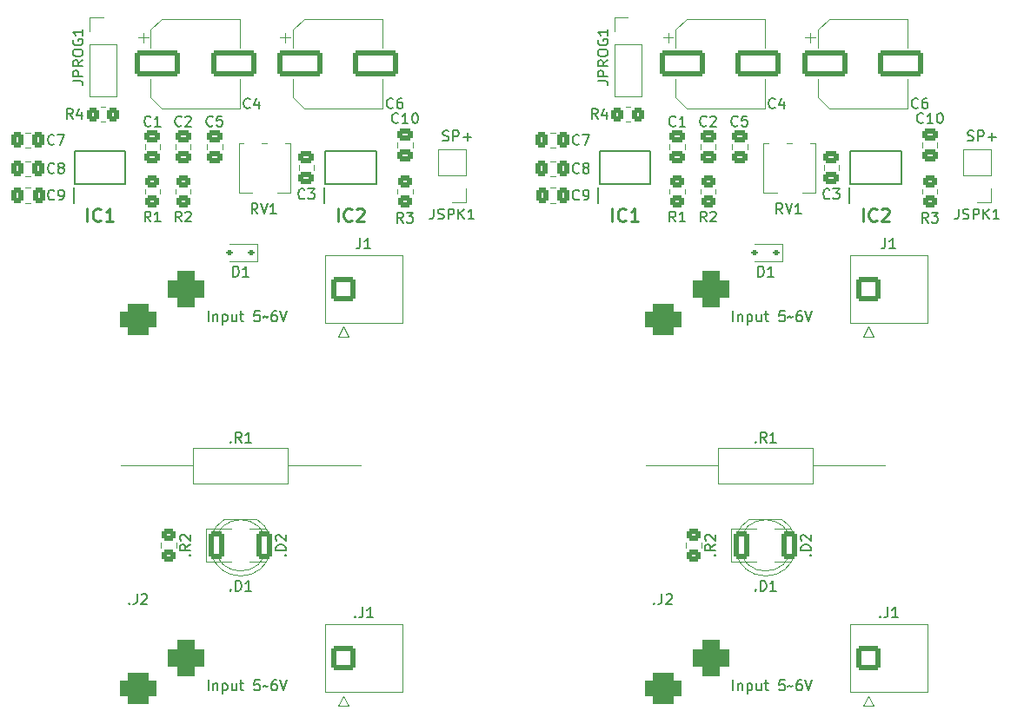
<source format=gbr>
%TF.GenerationSoftware,KiCad,Pcbnew,7.0.10*%
%TF.CreationDate,2024-03-02T22:01:54+01:00*%
%TF.ProjectId,explorer-panel_panelized,6578706c-6f72-4657-922d-70616e656c5f,rev?*%
%TF.SameCoordinates,Original*%
%TF.FileFunction,Legend,Top*%
%TF.FilePolarity,Positive*%
%FSLAX46Y46*%
G04 Gerber Fmt 4.6, Leading zero omitted, Abs format (unit mm)*
G04 Created by KiCad (PCBNEW 7.0.10) date 2024-03-02 22:01:54*
%MOMM*%
%LPD*%
G01*
G04 APERTURE LIST*
G04 Aperture macros list*
%AMRoundRect*
0 Rectangle with rounded corners*
0 $1 Rounding radius*
0 $2 $3 $4 $5 $6 $7 $8 $9 X,Y pos of 4 corners*
0 Add a 4 corners polygon primitive as box body*
4,1,4,$2,$3,$4,$5,$6,$7,$8,$9,$2,$3,0*
0 Add four circle primitives for the rounded corners*
1,1,$1+$1,$2,$3*
1,1,$1+$1,$4,$5*
1,1,$1+$1,$6,$7*
1,1,$1+$1,$8,$9*
0 Add four rect primitives between the rounded corners*
20,1,$1+$1,$2,$3,$4,$5,0*
20,1,$1+$1,$4,$5,$6,$7,0*
20,1,$1+$1,$6,$7,$8,$9,0*
20,1,$1+$1,$8,$9,$2,$3,0*%
G04 Aperture macros list end*
%ADD10C,0.150000*%
%ADD11C,0.254000*%
%ADD12C,0.200000*%
%ADD13C,0.120000*%
%ADD14R,0.650000X1.525000*%
%ADD15C,0.500000*%
%ADD16RoundRect,0.250000X-0.350000X-0.450000X0.350000X-0.450000X0.350000X0.450000X-0.350000X0.450000X0*%
%ADD17R,1.800000X1.800000*%
%ADD18C,1.800000*%
%ADD19RoundRect,0.250001X-0.949999X-0.949999X0.949999X-0.949999X0.949999X0.949999X-0.949999X0.949999X0*%
%ADD20C,2.400000*%
%ADD21RoundRect,0.250000X0.475000X-0.337500X0.475000X0.337500X-0.475000X0.337500X-0.475000X-0.337500X0*%
%ADD22RoundRect,0.250000X-1.950000X-1.000000X1.950000X-1.000000X1.950000X1.000000X-1.950000X1.000000X0*%
%ADD23R,3.500000X3.500000*%
%ADD24RoundRect,0.750000X1.000000X-0.750000X1.000000X0.750000X-1.000000X0.750000X-1.000000X-0.750000X0*%
%ADD25RoundRect,0.875000X0.875000X-0.875000X0.875000X0.875000X-0.875000X0.875000X-0.875000X-0.875000X0*%
%ADD26C,3.000000*%
%ADD27RoundRect,0.250000X0.337500X0.475000X-0.337500X0.475000X-0.337500X-0.475000X0.337500X-0.475000X0*%
%ADD28RoundRect,0.250000X0.450000X-0.350000X0.450000X0.350000X-0.450000X0.350000X-0.450000X-0.350000X0*%
%ADD29R,1.300000X2.000000*%
%ADD30R,2.000000X2.000000*%
%ADD31C,3.200000*%
%ADD32RoundRect,0.250000X-0.450000X0.350000X-0.450000X-0.350000X0.450000X-0.350000X0.450000X0.350000X0*%
%ADD33R,1.700000X1.700000*%
%ADD34O,1.700000X1.700000*%
%ADD35RoundRect,0.112500X0.187500X0.112500X-0.187500X0.112500X-0.187500X-0.112500X0.187500X-0.112500X0*%
%ADD36C,1.600000*%
%ADD37O,1.600000X1.600000*%
%ADD38RoundRect,0.249999X-0.512501X-1.075001X0.512501X-1.075001X0.512501X1.075001X-0.512501X1.075001X0*%
G04 APERTURE END LIST*
D10*
X43753160Y-13022200D02*
X43896017Y-13069819D01*
X43896017Y-13069819D02*
X44134112Y-13069819D01*
X44134112Y-13069819D02*
X44229350Y-13022200D01*
X44229350Y-13022200D02*
X44276969Y-12974580D01*
X44276969Y-12974580D02*
X44324588Y-12879342D01*
X44324588Y-12879342D02*
X44324588Y-12784104D01*
X44324588Y-12784104D02*
X44276969Y-12688866D01*
X44276969Y-12688866D02*
X44229350Y-12641247D01*
X44229350Y-12641247D02*
X44134112Y-12593628D01*
X44134112Y-12593628D02*
X43943636Y-12546009D01*
X43943636Y-12546009D02*
X43848398Y-12498390D01*
X43848398Y-12498390D02*
X43800779Y-12450771D01*
X43800779Y-12450771D02*
X43753160Y-12355533D01*
X43753160Y-12355533D02*
X43753160Y-12260295D01*
X43753160Y-12260295D02*
X43800779Y-12165057D01*
X43800779Y-12165057D02*
X43848398Y-12117438D01*
X43848398Y-12117438D02*
X43943636Y-12069819D01*
X43943636Y-12069819D02*
X44181731Y-12069819D01*
X44181731Y-12069819D02*
X44324588Y-12117438D01*
X44753160Y-13069819D02*
X44753160Y-12069819D01*
X44753160Y-12069819D02*
X45134112Y-12069819D01*
X45134112Y-12069819D02*
X45229350Y-12117438D01*
X45229350Y-12117438D02*
X45276969Y-12165057D01*
X45276969Y-12165057D02*
X45324588Y-12260295D01*
X45324588Y-12260295D02*
X45324588Y-12403152D01*
X45324588Y-12403152D02*
X45276969Y-12498390D01*
X45276969Y-12498390D02*
X45229350Y-12546009D01*
X45229350Y-12546009D02*
X45134112Y-12593628D01*
X45134112Y-12593628D02*
X44753160Y-12593628D01*
X45753160Y-12688866D02*
X46515065Y-12688866D01*
X46134112Y-13069819D02*
X46134112Y-12307914D01*
X94881160Y-13022200D02*
X95024017Y-13069819D01*
X95024017Y-13069819D02*
X95262112Y-13069819D01*
X95262112Y-13069819D02*
X95357350Y-13022200D01*
X95357350Y-13022200D02*
X95404969Y-12974580D01*
X95404969Y-12974580D02*
X95452588Y-12879342D01*
X95452588Y-12879342D02*
X95452588Y-12784104D01*
X95452588Y-12784104D02*
X95404969Y-12688866D01*
X95404969Y-12688866D02*
X95357350Y-12641247D01*
X95357350Y-12641247D02*
X95262112Y-12593628D01*
X95262112Y-12593628D02*
X95071636Y-12546009D01*
X95071636Y-12546009D02*
X94976398Y-12498390D01*
X94976398Y-12498390D02*
X94928779Y-12450771D01*
X94928779Y-12450771D02*
X94881160Y-12355533D01*
X94881160Y-12355533D02*
X94881160Y-12260295D01*
X94881160Y-12260295D02*
X94928779Y-12165057D01*
X94928779Y-12165057D02*
X94976398Y-12117438D01*
X94976398Y-12117438D02*
X95071636Y-12069819D01*
X95071636Y-12069819D02*
X95309731Y-12069819D01*
X95309731Y-12069819D02*
X95452588Y-12117438D01*
X95881160Y-13069819D02*
X95881160Y-12069819D01*
X95881160Y-12069819D02*
X96262112Y-12069819D01*
X96262112Y-12069819D02*
X96357350Y-12117438D01*
X96357350Y-12117438D02*
X96404969Y-12165057D01*
X96404969Y-12165057D02*
X96452588Y-12260295D01*
X96452588Y-12260295D02*
X96452588Y-12403152D01*
X96452588Y-12403152D02*
X96404969Y-12498390D01*
X96404969Y-12498390D02*
X96357350Y-12546009D01*
X96357350Y-12546009D02*
X96262112Y-12593628D01*
X96262112Y-12593628D02*
X95881160Y-12593628D01*
X96881160Y-12688866D02*
X97643065Y-12688866D01*
X97262112Y-13069819D02*
X97262112Y-12307914D01*
X72038779Y-66666819D02*
X72038779Y-65666819D01*
X72514969Y-66000152D02*
X72514969Y-66666819D01*
X72514969Y-66095390D02*
X72562588Y-66047771D01*
X72562588Y-66047771D02*
X72657826Y-66000152D01*
X72657826Y-66000152D02*
X72800683Y-66000152D01*
X72800683Y-66000152D02*
X72895921Y-66047771D01*
X72895921Y-66047771D02*
X72943540Y-66143009D01*
X72943540Y-66143009D02*
X72943540Y-66666819D01*
X73419731Y-66000152D02*
X73419731Y-67000152D01*
X73419731Y-66047771D02*
X73514969Y-66000152D01*
X73514969Y-66000152D02*
X73705445Y-66000152D01*
X73705445Y-66000152D02*
X73800683Y-66047771D01*
X73800683Y-66047771D02*
X73848302Y-66095390D01*
X73848302Y-66095390D02*
X73895921Y-66190628D01*
X73895921Y-66190628D02*
X73895921Y-66476342D01*
X73895921Y-66476342D02*
X73848302Y-66571580D01*
X73848302Y-66571580D02*
X73800683Y-66619200D01*
X73800683Y-66619200D02*
X73705445Y-66666819D01*
X73705445Y-66666819D02*
X73514969Y-66666819D01*
X73514969Y-66666819D02*
X73419731Y-66619200D01*
X74753064Y-66000152D02*
X74753064Y-66666819D01*
X74324493Y-66000152D02*
X74324493Y-66523961D01*
X74324493Y-66523961D02*
X74372112Y-66619200D01*
X74372112Y-66619200D02*
X74467350Y-66666819D01*
X74467350Y-66666819D02*
X74610207Y-66666819D01*
X74610207Y-66666819D02*
X74705445Y-66619200D01*
X74705445Y-66619200D02*
X74753064Y-66571580D01*
X75086398Y-66000152D02*
X75467350Y-66000152D01*
X75229255Y-65666819D02*
X75229255Y-66523961D01*
X75229255Y-66523961D02*
X75276874Y-66619200D01*
X75276874Y-66619200D02*
X75372112Y-66666819D01*
X75372112Y-66666819D02*
X75467350Y-66666819D01*
X77038779Y-65666819D02*
X76562589Y-65666819D01*
X76562589Y-65666819D02*
X76514970Y-66143009D01*
X76514970Y-66143009D02*
X76562589Y-66095390D01*
X76562589Y-66095390D02*
X76657827Y-66047771D01*
X76657827Y-66047771D02*
X76895922Y-66047771D01*
X76895922Y-66047771D02*
X76991160Y-66095390D01*
X76991160Y-66095390D02*
X77038779Y-66143009D01*
X77038779Y-66143009D02*
X77086398Y-66238247D01*
X77086398Y-66238247D02*
X77086398Y-66476342D01*
X77086398Y-66476342D02*
X77038779Y-66571580D01*
X77038779Y-66571580D02*
X76991160Y-66619200D01*
X76991160Y-66619200D02*
X76895922Y-66666819D01*
X76895922Y-66666819D02*
X76657827Y-66666819D01*
X76657827Y-66666819D02*
X76562589Y-66619200D01*
X76562589Y-66619200D02*
X76514970Y-66571580D01*
X77372113Y-66285866D02*
X77419732Y-66238247D01*
X77419732Y-66238247D02*
X77514970Y-66190628D01*
X77514970Y-66190628D02*
X77705446Y-66285866D01*
X77705446Y-66285866D02*
X77800684Y-66238247D01*
X77800684Y-66238247D02*
X77848303Y-66190628D01*
X78657827Y-65666819D02*
X78467351Y-65666819D01*
X78467351Y-65666819D02*
X78372113Y-65714438D01*
X78372113Y-65714438D02*
X78324494Y-65762057D01*
X78324494Y-65762057D02*
X78229256Y-65904914D01*
X78229256Y-65904914D02*
X78181637Y-66095390D01*
X78181637Y-66095390D02*
X78181637Y-66476342D01*
X78181637Y-66476342D02*
X78229256Y-66571580D01*
X78229256Y-66571580D02*
X78276875Y-66619200D01*
X78276875Y-66619200D02*
X78372113Y-66666819D01*
X78372113Y-66666819D02*
X78562589Y-66666819D01*
X78562589Y-66666819D02*
X78657827Y-66619200D01*
X78657827Y-66619200D02*
X78705446Y-66571580D01*
X78705446Y-66571580D02*
X78753065Y-66476342D01*
X78753065Y-66476342D02*
X78753065Y-66238247D01*
X78753065Y-66238247D02*
X78705446Y-66143009D01*
X78705446Y-66143009D02*
X78657827Y-66095390D01*
X78657827Y-66095390D02*
X78562589Y-66047771D01*
X78562589Y-66047771D02*
X78372113Y-66047771D01*
X78372113Y-66047771D02*
X78276875Y-66095390D01*
X78276875Y-66095390D02*
X78229256Y-66143009D01*
X78229256Y-66143009D02*
X78181637Y-66238247D01*
X79038780Y-65666819D02*
X79372113Y-66666819D01*
X79372113Y-66666819D02*
X79705446Y-65666819D01*
X20910779Y-30666819D02*
X20910779Y-29666819D01*
X21386969Y-30000152D02*
X21386969Y-30666819D01*
X21386969Y-30095390D02*
X21434588Y-30047771D01*
X21434588Y-30047771D02*
X21529826Y-30000152D01*
X21529826Y-30000152D02*
X21672683Y-30000152D01*
X21672683Y-30000152D02*
X21767921Y-30047771D01*
X21767921Y-30047771D02*
X21815540Y-30143009D01*
X21815540Y-30143009D02*
X21815540Y-30666819D01*
X22291731Y-30000152D02*
X22291731Y-31000152D01*
X22291731Y-30047771D02*
X22386969Y-30000152D01*
X22386969Y-30000152D02*
X22577445Y-30000152D01*
X22577445Y-30000152D02*
X22672683Y-30047771D01*
X22672683Y-30047771D02*
X22720302Y-30095390D01*
X22720302Y-30095390D02*
X22767921Y-30190628D01*
X22767921Y-30190628D02*
X22767921Y-30476342D01*
X22767921Y-30476342D02*
X22720302Y-30571580D01*
X22720302Y-30571580D02*
X22672683Y-30619200D01*
X22672683Y-30619200D02*
X22577445Y-30666819D01*
X22577445Y-30666819D02*
X22386969Y-30666819D01*
X22386969Y-30666819D02*
X22291731Y-30619200D01*
X23625064Y-30000152D02*
X23625064Y-30666819D01*
X23196493Y-30000152D02*
X23196493Y-30523961D01*
X23196493Y-30523961D02*
X23244112Y-30619200D01*
X23244112Y-30619200D02*
X23339350Y-30666819D01*
X23339350Y-30666819D02*
X23482207Y-30666819D01*
X23482207Y-30666819D02*
X23577445Y-30619200D01*
X23577445Y-30619200D02*
X23625064Y-30571580D01*
X23958398Y-30000152D02*
X24339350Y-30000152D01*
X24101255Y-29666819D02*
X24101255Y-30523961D01*
X24101255Y-30523961D02*
X24148874Y-30619200D01*
X24148874Y-30619200D02*
X24244112Y-30666819D01*
X24244112Y-30666819D02*
X24339350Y-30666819D01*
X25910779Y-29666819D02*
X25434589Y-29666819D01*
X25434589Y-29666819D02*
X25386970Y-30143009D01*
X25386970Y-30143009D02*
X25434589Y-30095390D01*
X25434589Y-30095390D02*
X25529827Y-30047771D01*
X25529827Y-30047771D02*
X25767922Y-30047771D01*
X25767922Y-30047771D02*
X25863160Y-30095390D01*
X25863160Y-30095390D02*
X25910779Y-30143009D01*
X25910779Y-30143009D02*
X25958398Y-30238247D01*
X25958398Y-30238247D02*
X25958398Y-30476342D01*
X25958398Y-30476342D02*
X25910779Y-30571580D01*
X25910779Y-30571580D02*
X25863160Y-30619200D01*
X25863160Y-30619200D02*
X25767922Y-30666819D01*
X25767922Y-30666819D02*
X25529827Y-30666819D01*
X25529827Y-30666819D02*
X25434589Y-30619200D01*
X25434589Y-30619200D02*
X25386970Y-30571580D01*
X26244113Y-30285866D02*
X26291732Y-30238247D01*
X26291732Y-30238247D02*
X26386970Y-30190628D01*
X26386970Y-30190628D02*
X26577446Y-30285866D01*
X26577446Y-30285866D02*
X26672684Y-30238247D01*
X26672684Y-30238247D02*
X26720303Y-30190628D01*
X27529827Y-29666819D02*
X27339351Y-29666819D01*
X27339351Y-29666819D02*
X27244113Y-29714438D01*
X27244113Y-29714438D02*
X27196494Y-29762057D01*
X27196494Y-29762057D02*
X27101256Y-29904914D01*
X27101256Y-29904914D02*
X27053637Y-30095390D01*
X27053637Y-30095390D02*
X27053637Y-30476342D01*
X27053637Y-30476342D02*
X27101256Y-30571580D01*
X27101256Y-30571580D02*
X27148875Y-30619200D01*
X27148875Y-30619200D02*
X27244113Y-30666819D01*
X27244113Y-30666819D02*
X27434589Y-30666819D01*
X27434589Y-30666819D02*
X27529827Y-30619200D01*
X27529827Y-30619200D02*
X27577446Y-30571580D01*
X27577446Y-30571580D02*
X27625065Y-30476342D01*
X27625065Y-30476342D02*
X27625065Y-30238247D01*
X27625065Y-30238247D02*
X27577446Y-30143009D01*
X27577446Y-30143009D02*
X27529827Y-30095390D01*
X27529827Y-30095390D02*
X27434589Y-30047771D01*
X27434589Y-30047771D02*
X27244113Y-30047771D01*
X27244113Y-30047771D02*
X27148875Y-30095390D01*
X27148875Y-30095390D02*
X27101256Y-30143009D01*
X27101256Y-30143009D02*
X27053637Y-30238247D01*
X27910780Y-29666819D02*
X28244113Y-30666819D01*
X28244113Y-30666819D02*
X28577446Y-29666819D01*
X20910779Y-66666819D02*
X20910779Y-65666819D01*
X21386969Y-66000152D02*
X21386969Y-66666819D01*
X21386969Y-66095390D02*
X21434588Y-66047771D01*
X21434588Y-66047771D02*
X21529826Y-66000152D01*
X21529826Y-66000152D02*
X21672683Y-66000152D01*
X21672683Y-66000152D02*
X21767921Y-66047771D01*
X21767921Y-66047771D02*
X21815540Y-66143009D01*
X21815540Y-66143009D02*
X21815540Y-66666819D01*
X22291731Y-66000152D02*
X22291731Y-67000152D01*
X22291731Y-66047771D02*
X22386969Y-66000152D01*
X22386969Y-66000152D02*
X22577445Y-66000152D01*
X22577445Y-66000152D02*
X22672683Y-66047771D01*
X22672683Y-66047771D02*
X22720302Y-66095390D01*
X22720302Y-66095390D02*
X22767921Y-66190628D01*
X22767921Y-66190628D02*
X22767921Y-66476342D01*
X22767921Y-66476342D02*
X22720302Y-66571580D01*
X22720302Y-66571580D02*
X22672683Y-66619200D01*
X22672683Y-66619200D02*
X22577445Y-66666819D01*
X22577445Y-66666819D02*
X22386969Y-66666819D01*
X22386969Y-66666819D02*
X22291731Y-66619200D01*
X23625064Y-66000152D02*
X23625064Y-66666819D01*
X23196493Y-66000152D02*
X23196493Y-66523961D01*
X23196493Y-66523961D02*
X23244112Y-66619200D01*
X23244112Y-66619200D02*
X23339350Y-66666819D01*
X23339350Y-66666819D02*
X23482207Y-66666819D01*
X23482207Y-66666819D02*
X23577445Y-66619200D01*
X23577445Y-66619200D02*
X23625064Y-66571580D01*
X23958398Y-66000152D02*
X24339350Y-66000152D01*
X24101255Y-65666819D02*
X24101255Y-66523961D01*
X24101255Y-66523961D02*
X24148874Y-66619200D01*
X24148874Y-66619200D02*
X24244112Y-66666819D01*
X24244112Y-66666819D02*
X24339350Y-66666819D01*
X25910779Y-65666819D02*
X25434589Y-65666819D01*
X25434589Y-65666819D02*
X25386970Y-66143009D01*
X25386970Y-66143009D02*
X25434589Y-66095390D01*
X25434589Y-66095390D02*
X25529827Y-66047771D01*
X25529827Y-66047771D02*
X25767922Y-66047771D01*
X25767922Y-66047771D02*
X25863160Y-66095390D01*
X25863160Y-66095390D02*
X25910779Y-66143009D01*
X25910779Y-66143009D02*
X25958398Y-66238247D01*
X25958398Y-66238247D02*
X25958398Y-66476342D01*
X25958398Y-66476342D02*
X25910779Y-66571580D01*
X25910779Y-66571580D02*
X25863160Y-66619200D01*
X25863160Y-66619200D02*
X25767922Y-66666819D01*
X25767922Y-66666819D02*
X25529827Y-66666819D01*
X25529827Y-66666819D02*
X25434589Y-66619200D01*
X25434589Y-66619200D02*
X25386970Y-66571580D01*
X26244113Y-66285866D02*
X26291732Y-66238247D01*
X26291732Y-66238247D02*
X26386970Y-66190628D01*
X26386970Y-66190628D02*
X26577446Y-66285866D01*
X26577446Y-66285866D02*
X26672684Y-66238247D01*
X26672684Y-66238247D02*
X26720303Y-66190628D01*
X27529827Y-65666819D02*
X27339351Y-65666819D01*
X27339351Y-65666819D02*
X27244113Y-65714438D01*
X27244113Y-65714438D02*
X27196494Y-65762057D01*
X27196494Y-65762057D02*
X27101256Y-65904914D01*
X27101256Y-65904914D02*
X27053637Y-66095390D01*
X27053637Y-66095390D02*
X27053637Y-66476342D01*
X27053637Y-66476342D02*
X27101256Y-66571580D01*
X27101256Y-66571580D02*
X27148875Y-66619200D01*
X27148875Y-66619200D02*
X27244113Y-66666819D01*
X27244113Y-66666819D02*
X27434589Y-66666819D01*
X27434589Y-66666819D02*
X27529827Y-66619200D01*
X27529827Y-66619200D02*
X27577446Y-66571580D01*
X27577446Y-66571580D02*
X27625065Y-66476342D01*
X27625065Y-66476342D02*
X27625065Y-66238247D01*
X27625065Y-66238247D02*
X27577446Y-66143009D01*
X27577446Y-66143009D02*
X27529827Y-66095390D01*
X27529827Y-66095390D02*
X27434589Y-66047771D01*
X27434589Y-66047771D02*
X27244113Y-66047771D01*
X27244113Y-66047771D02*
X27148875Y-66095390D01*
X27148875Y-66095390D02*
X27101256Y-66143009D01*
X27101256Y-66143009D02*
X27053637Y-66238247D01*
X27910780Y-65666819D02*
X28244113Y-66666819D01*
X28244113Y-66666819D02*
X28577446Y-65666819D01*
X72038779Y-30666819D02*
X72038779Y-29666819D01*
X72514969Y-30000152D02*
X72514969Y-30666819D01*
X72514969Y-30095390D02*
X72562588Y-30047771D01*
X72562588Y-30047771D02*
X72657826Y-30000152D01*
X72657826Y-30000152D02*
X72800683Y-30000152D01*
X72800683Y-30000152D02*
X72895921Y-30047771D01*
X72895921Y-30047771D02*
X72943540Y-30143009D01*
X72943540Y-30143009D02*
X72943540Y-30666819D01*
X73419731Y-30000152D02*
X73419731Y-31000152D01*
X73419731Y-30047771D02*
X73514969Y-30000152D01*
X73514969Y-30000152D02*
X73705445Y-30000152D01*
X73705445Y-30000152D02*
X73800683Y-30047771D01*
X73800683Y-30047771D02*
X73848302Y-30095390D01*
X73848302Y-30095390D02*
X73895921Y-30190628D01*
X73895921Y-30190628D02*
X73895921Y-30476342D01*
X73895921Y-30476342D02*
X73848302Y-30571580D01*
X73848302Y-30571580D02*
X73800683Y-30619200D01*
X73800683Y-30619200D02*
X73705445Y-30666819D01*
X73705445Y-30666819D02*
X73514969Y-30666819D01*
X73514969Y-30666819D02*
X73419731Y-30619200D01*
X74753064Y-30000152D02*
X74753064Y-30666819D01*
X74324493Y-30000152D02*
X74324493Y-30523961D01*
X74324493Y-30523961D02*
X74372112Y-30619200D01*
X74372112Y-30619200D02*
X74467350Y-30666819D01*
X74467350Y-30666819D02*
X74610207Y-30666819D01*
X74610207Y-30666819D02*
X74705445Y-30619200D01*
X74705445Y-30619200D02*
X74753064Y-30571580D01*
X75086398Y-30000152D02*
X75467350Y-30000152D01*
X75229255Y-29666819D02*
X75229255Y-30523961D01*
X75229255Y-30523961D02*
X75276874Y-30619200D01*
X75276874Y-30619200D02*
X75372112Y-30666819D01*
X75372112Y-30666819D02*
X75467350Y-30666819D01*
X77038779Y-29666819D02*
X76562589Y-29666819D01*
X76562589Y-29666819D02*
X76514970Y-30143009D01*
X76514970Y-30143009D02*
X76562589Y-30095390D01*
X76562589Y-30095390D02*
X76657827Y-30047771D01*
X76657827Y-30047771D02*
X76895922Y-30047771D01*
X76895922Y-30047771D02*
X76991160Y-30095390D01*
X76991160Y-30095390D02*
X77038779Y-30143009D01*
X77038779Y-30143009D02*
X77086398Y-30238247D01*
X77086398Y-30238247D02*
X77086398Y-30476342D01*
X77086398Y-30476342D02*
X77038779Y-30571580D01*
X77038779Y-30571580D02*
X76991160Y-30619200D01*
X76991160Y-30619200D02*
X76895922Y-30666819D01*
X76895922Y-30666819D02*
X76657827Y-30666819D01*
X76657827Y-30666819D02*
X76562589Y-30619200D01*
X76562589Y-30619200D02*
X76514970Y-30571580D01*
X77372113Y-30285866D02*
X77419732Y-30238247D01*
X77419732Y-30238247D02*
X77514970Y-30190628D01*
X77514970Y-30190628D02*
X77705446Y-30285866D01*
X77705446Y-30285866D02*
X77800684Y-30238247D01*
X77800684Y-30238247D02*
X77848303Y-30190628D01*
X78657827Y-29666819D02*
X78467351Y-29666819D01*
X78467351Y-29666819D02*
X78372113Y-29714438D01*
X78372113Y-29714438D02*
X78324494Y-29762057D01*
X78324494Y-29762057D02*
X78229256Y-29904914D01*
X78229256Y-29904914D02*
X78181637Y-30095390D01*
X78181637Y-30095390D02*
X78181637Y-30476342D01*
X78181637Y-30476342D02*
X78229256Y-30571580D01*
X78229256Y-30571580D02*
X78276875Y-30619200D01*
X78276875Y-30619200D02*
X78372113Y-30666819D01*
X78372113Y-30666819D02*
X78562589Y-30666819D01*
X78562589Y-30666819D02*
X78657827Y-30619200D01*
X78657827Y-30619200D02*
X78705446Y-30571580D01*
X78705446Y-30571580D02*
X78753065Y-30476342D01*
X78753065Y-30476342D02*
X78753065Y-30238247D01*
X78753065Y-30238247D02*
X78705446Y-30143009D01*
X78705446Y-30143009D02*
X78657827Y-30095390D01*
X78657827Y-30095390D02*
X78562589Y-30047771D01*
X78562589Y-30047771D02*
X78372113Y-30047771D01*
X78372113Y-30047771D02*
X78276875Y-30095390D01*
X78276875Y-30095390D02*
X78229256Y-30143009D01*
X78229256Y-30143009D02*
X78181637Y-30238247D01*
X79038780Y-29666819D02*
X79372113Y-30666819D01*
X79372113Y-30666819D02*
X79705446Y-29666819D01*
D11*
X60247237Y-20924318D02*
X60247237Y-19654318D01*
X61577714Y-20803365D02*
X61517238Y-20863842D01*
X61517238Y-20863842D02*
X61335809Y-20924318D01*
X61335809Y-20924318D02*
X61214857Y-20924318D01*
X61214857Y-20924318D02*
X61033428Y-20863842D01*
X61033428Y-20863842D02*
X60912476Y-20742889D01*
X60912476Y-20742889D02*
X60851999Y-20621937D01*
X60851999Y-20621937D02*
X60791523Y-20380032D01*
X60791523Y-20380032D02*
X60791523Y-20198603D01*
X60791523Y-20198603D02*
X60851999Y-19956699D01*
X60851999Y-19956699D02*
X60912476Y-19835746D01*
X60912476Y-19835746D02*
X61033428Y-19714794D01*
X61033428Y-19714794D02*
X61214857Y-19654318D01*
X61214857Y-19654318D02*
X61335809Y-19654318D01*
X61335809Y-19654318D02*
X61517238Y-19714794D01*
X61517238Y-19714794D02*
X61577714Y-19775270D01*
X62787238Y-20924318D02*
X62061523Y-20924318D01*
X62424380Y-20924318D02*
X62424380Y-19654318D01*
X62424380Y-19654318D02*
X62303428Y-19835746D01*
X62303428Y-19835746D02*
X62182476Y-19956699D01*
X62182476Y-19956699D02*
X62061523Y-20017175D01*
D10*
X58835333Y-10931819D02*
X58502000Y-10455628D01*
X58263905Y-10931819D02*
X58263905Y-9931819D01*
X58263905Y-9931819D02*
X58644857Y-9931819D01*
X58644857Y-9931819D02*
X58740095Y-9979438D01*
X58740095Y-9979438D02*
X58787714Y-10027057D01*
X58787714Y-10027057D02*
X58835333Y-10122295D01*
X58835333Y-10122295D02*
X58835333Y-10265152D01*
X58835333Y-10265152D02*
X58787714Y-10360390D01*
X58787714Y-10360390D02*
X58740095Y-10408009D01*
X58740095Y-10408009D02*
X58644857Y-10455628D01*
X58644857Y-10455628D02*
X58263905Y-10455628D01*
X59692476Y-10265152D02*
X59692476Y-10931819D01*
X59454381Y-9884200D02*
X59216286Y-10598485D01*
X59216286Y-10598485D02*
X59835333Y-10598485D01*
X28383580Y-53496189D02*
X28431200Y-53448570D01*
X28431200Y-53448570D02*
X28478819Y-53496189D01*
X28478819Y-53496189D02*
X28431200Y-53543808D01*
X28431200Y-53543808D02*
X28383580Y-53496189D01*
X28383580Y-53496189D02*
X28478819Y-53496189D01*
X28478819Y-53019999D02*
X27478819Y-53019999D01*
X27478819Y-53019999D02*
X27478819Y-52781904D01*
X27478819Y-52781904D02*
X27526438Y-52639047D01*
X27526438Y-52639047D02*
X27621676Y-52543809D01*
X27621676Y-52543809D02*
X27716914Y-52496190D01*
X27716914Y-52496190D02*
X27907390Y-52448571D01*
X27907390Y-52448571D02*
X28050247Y-52448571D01*
X28050247Y-52448571D02*
X28240723Y-52496190D01*
X28240723Y-52496190D02*
X28335961Y-52543809D01*
X28335961Y-52543809D02*
X28431200Y-52639047D01*
X28431200Y-52639047D02*
X28478819Y-52781904D01*
X28478819Y-52781904D02*
X28478819Y-53019999D01*
X27574057Y-52067618D02*
X27526438Y-52019999D01*
X27526438Y-52019999D02*
X27478819Y-51924761D01*
X27478819Y-51924761D02*
X27478819Y-51686666D01*
X27478819Y-51686666D02*
X27526438Y-51591428D01*
X27526438Y-51591428D02*
X27574057Y-51543809D01*
X27574057Y-51543809D02*
X27669295Y-51496190D01*
X27669295Y-51496190D02*
X27764533Y-51496190D01*
X27764533Y-51496190D02*
X27907390Y-51543809D01*
X27907390Y-51543809D02*
X28478819Y-52115237D01*
X28478819Y-52115237D02*
X28478819Y-51496190D01*
X86314857Y-59459580D02*
X86362476Y-59507200D01*
X86362476Y-59507200D02*
X86314857Y-59554819D01*
X86314857Y-59554819D02*
X86267238Y-59507200D01*
X86267238Y-59507200D02*
X86314857Y-59459580D01*
X86314857Y-59459580D02*
X86314857Y-59554819D01*
X87076761Y-58554819D02*
X87076761Y-59269104D01*
X87076761Y-59269104D02*
X87029142Y-59411961D01*
X87029142Y-59411961D02*
X86933904Y-59507200D01*
X86933904Y-59507200D02*
X86791047Y-59554819D01*
X86791047Y-59554819D02*
X86695809Y-59554819D01*
X88076761Y-59554819D02*
X87505333Y-59554819D01*
X87791047Y-59554819D02*
X87791047Y-58554819D01*
X87791047Y-58554819D02*
X87695809Y-58697676D01*
X87695809Y-58697676D02*
X87600571Y-58792914D01*
X87600571Y-58792914D02*
X87505333Y-58840533D01*
X18297333Y-11559580D02*
X18249714Y-11607200D01*
X18249714Y-11607200D02*
X18106857Y-11654819D01*
X18106857Y-11654819D02*
X18011619Y-11654819D01*
X18011619Y-11654819D02*
X17868762Y-11607200D01*
X17868762Y-11607200D02*
X17773524Y-11511961D01*
X17773524Y-11511961D02*
X17725905Y-11416723D01*
X17725905Y-11416723D02*
X17678286Y-11226247D01*
X17678286Y-11226247D02*
X17678286Y-11083390D01*
X17678286Y-11083390D02*
X17725905Y-10892914D01*
X17725905Y-10892914D02*
X17773524Y-10797676D01*
X17773524Y-10797676D02*
X17868762Y-10702438D01*
X17868762Y-10702438D02*
X18011619Y-10654819D01*
X18011619Y-10654819D02*
X18106857Y-10654819D01*
X18106857Y-10654819D02*
X18249714Y-10702438D01*
X18249714Y-10702438D02*
X18297333Y-10750057D01*
X18678286Y-10750057D02*
X18725905Y-10702438D01*
X18725905Y-10702438D02*
X18821143Y-10654819D01*
X18821143Y-10654819D02*
X19059238Y-10654819D01*
X19059238Y-10654819D02*
X19154476Y-10702438D01*
X19154476Y-10702438D02*
X19202095Y-10750057D01*
X19202095Y-10750057D02*
X19249714Y-10845295D01*
X19249714Y-10845295D02*
X19249714Y-10940533D01*
X19249714Y-10940533D02*
X19202095Y-11083390D01*
X19202095Y-11083390D02*
X18630667Y-11654819D01*
X18630667Y-11654819D02*
X19249714Y-11654819D01*
X24979333Y-9820580D02*
X24931714Y-9868200D01*
X24931714Y-9868200D02*
X24788857Y-9915819D01*
X24788857Y-9915819D02*
X24693619Y-9915819D01*
X24693619Y-9915819D02*
X24550762Y-9868200D01*
X24550762Y-9868200D02*
X24455524Y-9772961D01*
X24455524Y-9772961D02*
X24407905Y-9677723D01*
X24407905Y-9677723D02*
X24360286Y-9487247D01*
X24360286Y-9487247D02*
X24360286Y-9344390D01*
X24360286Y-9344390D02*
X24407905Y-9153914D01*
X24407905Y-9153914D02*
X24455524Y-9058676D01*
X24455524Y-9058676D02*
X24550762Y-8963438D01*
X24550762Y-8963438D02*
X24693619Y-8915819D01*
X24693619Y-8915819D02*
X24788857Y-8915819D01*
X24788857Y-8915819D02*
X24931714Y-8963438D01*
X24931714Y-8963438D02*
X24979333Y-9011057D01*
X25836476Y-9249152D02*
X25836476Y-9915819D01*
X25598381Y-8868200D02*
X25360286Y-9582485D01*
X25360286Y-9582485D02*
X25979333Y-9582485D01*
X57025333Y-13359580D02*
X56977714Y-13407200D01*
X56977714Y-13407200D02*
X56834857Y-13454819D01*
X56834857Y-13454819D02*
X56739619Y-13454819D01*
X56739619Y-13454819D02*
X56596762Y-13407200D01*
X56596762Y-13407200D02*
X56501524Y-13311961D01*
X56501524Y-13311961D02*
X56453905Y-13216723D01*
X56453905Y-13216723D02*
X56406286Y-13026247D01*
X56406286Y-13026247D02*
X56406286Y-12883390D01*
X56406286Y-12883390D02*
X56453905Y-12692914D01*
X56453905Y-12692914D02*
X56501524Y-12597676D01*
X56501524Y-12597676D02*
X56596762Y-12502438D01*
X56596762Y-12502438D02*
X56739619Y-12454819D01*
X56739619Y-12454819D02*
X56834857Y-12454819D01*
X56834857Y-12454819D02*
X56977714Y-12502438D01*
X56977714Y-12502438D02*
X57025333Y-12550057D01*
X57358667Y-12454819D02*
X58025333Y-12454819D01*
X58025333Y-12454819D02*
X57596762Y-13454819D01*
X15297333Y-20954819D02*
X14964000Y-20478628D01*
X14725905Y-20954819D02*
X14725905Y-19954819D01*
X14725905Y-19954819D02*
X15106857Y-19954819D01*
X15106857Y-19954819D02*
X15202095Y-20002438D01*
X15202095Y-20002438D02*
X15249714Y-20050057D01*
X15249714Y-20050057D02*
X15297333Y-20145295D01*
X15297333Y-20145295D02*
X15297333Y-20288152D01*
X15297333Y-20288152D02*
X15249714Y-20383390D01*
X15249714Y-20383390D02*
X15202095Y-20431009D01*
X15202095Y-20431009D02*
X15106857Y-20478628D01*
X15106857Y-20478628D02*
X14725905Y-20478628D01*
X16249714Y-20954819D02*
X15678286Y-20954819D01*
X15964000Y-20954819D02*
X15964000Y-19954819D01*
X15964000Y-19954819D02*
X15868762Y-20097676D01*
X15868762Y-20097676D02*
X15773524Y-20192914D01*
X15773524Y-20192914D02*
X15678286Y-20240533D01*
X25714761Y-20179819D02*
X25381428Y-19703628D01*
X25143333Y-20179819D02*
X25143333Y-19179819D01*
X25143333Y-19179819D02*
X25524285Y-19179819D01*
X25524285Y-19179819D02*
X25619523Y-19227438D01*
X25619523Y-19227438D02*
X25667142Y-19275057D01*
X25667142Y-19275057D02*
X25714761Y-19370295D01*
X25714761Y-19370295D02*
X25714761Y-19513152D01*
X25714761Y-19513152D02*
X25667142Y-19608390D01*
X25667142Y-19608390D02*
X25619523Y-19656009D01*
X25619523Y-19656009D02*
X25524285Y-19703628D01*
X25524285Y-19703628D02*
X25143333Y-19703628D01*
X26000476Y-19179819D02*
X26333809Y-20179819D01*
X26333809Y-20179819D02*
X26667142Y-19179819D01*
X27524285Y-20179819D02*
X26952857Y-20179819D01*
X27238571Y-20179819D02*
X27238571Y-19179819D01*
X27238571Y-19179819D02*
X27143333Y-19322676D01*
X27143333Y-19322676D02*
X27048095Y-19417914D01*
X27048095Y-19417914D02*
X26952857Y-19465533D01*
X39421142Y-11259580D02*
X39373523Y-11307200D01*
X39373523Y-11307200D02*
X39230666Y-11354819D01*
X39230666Y-11354819D02*
X39135428Y-11354819D01*
X39135428Y-11354819D02*
X38992571Y-11307200D01*
X38992571Y-11307200D02*
X38897333Y-11211961D01*
X38897333Y-11211961D02*
X38849714Y-11116723D01*
X38849714Y-11116723D02*
X38802095Y-10926247D01*
X38802095Y-10926247D02*
X38802095Y-10783390D01*
X38802095Y-10783390D02*
X38849714Y-10592914D01*
X38849714Y-10592914D02*
X38897333Y-10497676D01*
X38897333Y-10497676D02*
X38992571Y-10402438D01*
X38992571Y-10402438D02*
X39135428Y-10354819D01*
X39135428Y-10354819D02*
X39230666Y-10354819D01*
X39230666Y-10354819D02*
X39373523Y-10402438D01*
X39373523Y-10402438D02*
X39421142Y-10450057D01*
X40373523Y-11354819D02*
X39802095Y-11354819D01*
X40087809Y-11354819D02*
X40087809Y-10354819D01*
X40087809Y-10354819D02*
X39992571Y-10497676D01*
X39992571Y-10497676D02*
X39897333Y-10592914D01*
X39897333Y-10592914D02*
X39802095Y-10640533D01*
X40992571Y-10354819D02*
X41087809Y-10354819D01*
X41087809Y-10354819D02*
X41183047Y-10402438D01*
X41183047Y-10402438D02*
X41230666Y-10450057D01*
X41230666Y-10450057D02*
X41278285Y-10545295D01*
X41278285Y-10545295D02*
X41325904Y-10735771D01*
X41325904Y-10735771D02*
X41325904Y-10973866D01*
X41325904Y-10973866D02*
X41278285Y-11164342D01*
X41278285Y-11164342D02*
X41230666Y-11259580D01*
X41230666Y-11259580D02*
X41183047Y-11307200D01*
X41183047Y-11307200D02*
X41087809Y-11354819D01*
X41087809Y-11354819D02*
X40992571Y-11354819D01*
X40992571Y-11354819D02*
X40897333Y-11307200D01*
X40897333Y-11307200D02*
X40849714Y-11259580D01*
X40849714Y-11259580D02*
X40802095Y-11164342D01*
X40802095Y-11164342D02*
X40754476Y-10973866D01*
X40754476Y-10973866D02*
X40754476Y-10735771D01*
X40754476Y-10735771D02*
X40802095Y-10545295D01*
X40802095Y-10545295D02*
X40849714Y-10450057D01*
X40849714Y-10450057D02*
X40897333Y-10402438D01*
X40897333Y-10402438D02*
X40992571Y-10354819D01*
X19073580Y-53476189D02*
X19121200Y-53428570D01*
X19121200Y-53428570D02*
X19168819Y-53476189D01*
X19168819Y-53476189D02*
X19121200Y-53523808D01*
X19121200Y-53523808D02*
X19073580Y-53476189D01*
X19073580Y-53476189D02*
X19168819Y-53476189D01*
X19168819Y-52428571D02*
X18692628Y-52761904D01*
X19168819Y-52999999D02*
X18168819Y-52999999D01*
X18168819Y-52999999D02*
X18168819Y-52619047D01*
X18168819Y-52619047D02*
X18216438Y-52523809D01*
X18216438Y-52523809D02*
X18264057Y-52476190D01*
X18264057Y-52476190D02*
X18359295Y-52428571D01*
X18359295Y-52428571D02*
X18502152Y-52428571D01*
X18502152Y-52428571D02*
X18597390Y-52476190D01*
X18597390Y-52476190D02*
X18645009Y-52523809D01*
X18645009Y-52523809D02*
X18692628Y-52619047D01*
X18692628Y-52619047D02*
X18692628Y-52999999D01*
X18264057Y-52047618D02*
X18216438Y-51999999D01*
X18216438Y-51999999D02*
X18168819Y-51904761D01*
X18168819Y-51904761D02*
X18168819Y-51666666D01*
X18168819Y-51666666D02*
X18216438Y-51571428D01*
X18216438Y-51571428D02*
X18264057Y-51523809D01*
X18264057Y-51523809D02*
X18359295Y-51476190D01*
X18359295Y-51476190D02*
X18454533Y-51476190D01*
X18454533Y-51476190D02*
X18597390Y-51523809D01*
X18597390Y-51523809D02*
X19168819Y-52095237D01*
X19168819Y-52095237D02*
X19168819Y-51476190D01*
X7709819Y-7246142D02*
X8424104Y-7246142D01*
X8424104Y-7246142D02*
X8566961Y-7293761D01*
X8566961Y-7293761D02*
X8662200Y-7388999D01*
X8662200Y-7388999D02*
X8709819Y-7531856D01*
X8709819Y-7531856D02*
X8709819Y-7627094D01*
X8709819Y-6769951D02*
X7709819Y-6769951D01*
X7709819Y-6769951D02*
X7709819Y-6388999D01*
X7709819Y-6388999D02*
X7757438Y-6293761D01*
X7757438Y-6293761D02*
X7805057Y-6246142D01*
X7805057Y-6246142D02*
X7900295Y-6198523D01*
X7900295Y-6198523D02*
X8043152Y-6198523D01*
X8043152Y-6198523D02*
X8138390Y-6246142D01*
X8138390Y-6246142D02*
X8186009Y-6293761D01*
X8186009Y-6293761D02*
X8233628Y-6388999D01*
X8233628Y-6388999D02*
X8233628Y-6769951D01*
X8709819Y-5198523D02*
X8233628Y-5531856D01*
X8709819Y-5769951D02*
X7709819Y-5769951D01*
X7709819Y-5769951D02*
X7709819Y-5388999D01*
X7709819Y-5388999D02*
X7757438Y-5293761D01*
X7757438Y-5293761D02*
X7805057Y-5246142D01*
X7805057Y-5246142D02*
X7900295Y-5198523D01*
X7900295Y-5198523D02*
X8043152Y-5198523D01*
X8043152Y-5198523D02*
X8138390Y-5246142D01*
X8138390Y-5246142D02*
X8186009Y-5293761D01*
X8186009Y-5293761D02*
X8233628Y-5388999D01*
X8233628Y-5388999D02*
X8233628Y-5769951D01*
X7709819Y-4579475D02*
X7709819Y-4388999D01*
X7709819Y-4388999D02*
X7757438Y-4293761D01*
X7757438Y-4293761D02*
X7852676Y-4198523D01*
X7852676Y-4198523D02*
X8043152Y-4150904D01*
X8043152Y-4150904D02*
X8376485Y-4150904D01*
X8376485Y-4150904D02*
X8566961Y-4198523D01*
X8566961Y-4198523D02*
X8662200Y-4293761D01*
X8662200Y-4293761D02*
X8709819Y-4388999D01*
X8709819Y-4388999D02*
X8709819Y-4579475D01*
X8709819Y-4579475D02*
X8662200Y-4674713D01*
X8662200Y-4674713D02*
X8566961Y-4769951D01*
X8566961Y-4769951D02*
X8376485Y-4817570D01*
X8376485Y-4817570D02*
X8043152Y-4817570D01*
X8043152Y-4817570D02*
X7852676Y-4769951D01*
X7852676Y-4769951D02*
X7757438Y-4674713D01*
X7757438Y-4674713D02*
X7709819Y-4579475D01*
X7757438Y-3198523D02*
X7709819Y-3293761D01*
X7709819Y-3293761D02*
X7709819Y-3436618D01*
X7709819Y-3436618D02*
X7757438Y-3579475D01*
X7757438Y-3579475D02*
X7852676Y-3674713D01*
X7852676Y-3674713D02*
X7947914Y-3722332D01*
X7947914Y-3722332D02*
X8138390Y-3769951D01*
X8138390Y-3769951D02*
X8281247Y-3769951D01*
X8281247Y-3769951D02*
X8471723Y-3722332D01*
X8471723Y-3722332D02*
X8566961Y-3674713D01*
X8566961Y-3674713D02*
X8662200Y-3579475D01*
X8662200Y-3579475D02*
X8709819Y-3436618D01*
X8709819Y-3436618D02*
X8709819Y-3341380D01*
X8709819Y-3341380D02*
X8662200Y-3198523D01*
X8662200Y-3198523D02*
X8614580Y-3150904D01*
X8614580Y-3150904D02*
X8281247Y-3150904D01*
X8281247Y-3150904D02*
X8281247Y-3341380D01*
X8709819Y-2198523D02*
X8709819Y-2769951D01*
X8709819Y-2484237D02*
X7709819Y-2484237D01*
X7709819Y-2484237D02*
X7852676Y-2579475D01*
X7852676Y-2579475D02*
X7947914Y-2674713D01*
X7947914Y-2674713D02*
X7995533Y-2769951D01*
X23325905Y-26304819D02*
X23325905Y-25304819D01*
X23325905Y-25304819D02*
X23564000Y-25304819D01*
X23564000Y-25304819D02*
X23706857Y-25352438D01*
X23706857Y-25352438D02*
X23802095Y-25447676D01*
X23802095Y-25447676D02*
X23849714Y-25542914D01*
X23849714Y-25542914D02*
X23897333Y-25733390D01*
X23897333Y-25733390D02*
X23897333Y-25876247D01*
X23897333Y-25876247D02*
X23849714Y-26066723D01*
X23849714Y-26066723D02*
X23802095Y-26161961D01*
X23802095Y-26161961D02*
X23706857Y-26257200D01*
X23706857Y-26257200D02*
X23564000Y-26304819D01*
X23564000Y-26304819D02*
X23325905Y-26304819D01*
X24849714Y-26304819D02*
X24278286Y-26304819D01*
X24564000Y-26304819D02*
X24564000Y-25304819D01*
X24564000Y-25304819D02*
X24468762Y-25447676D01*
X24468762Y-25447676D02*
X24373524Y-25542914D01*
X24373524Y-25542914D02*
X24278286Y-25590533D01*
D11*
X33553237Y-20924318D02*
X33553237Y-19654318D01*
X34883714Y-20803365D02*
X34823238Y-20863842D01*
X34823238Y-20863842D02*
X34641809Y-20924318D01*
X34641809Y-20924318D02*
X34520857Y-20924318D01*
X34520857Y-20924318D02*
X34339428Y-20863842D01*
X34339428Y-20863842D02*
X34218476Y-20742889D01*
X34218476Y-20742889D02*
X34157999Y-20621937D01*
X34157999Y-20621937D02*
X34097523Y-20380032D01*
X34097523Y-20380032D02*
X34097523Y-20198603D01*
X34097523Y-20198603D02*
X34157999Y-19956699D01*
X34157999Y-19956699D02*
X34218476Y-19835746D01*
X34218476Y-19835746D02*
X34339428Y-19714794D01*
X34339428Y-19714794D02*
X34520857Y-19654318D01*
X34520857Y-19654318D02*
X34641809Y-19654318D01*
X34641809Y-19654318D02*
X34823238Y-19714794D01*
X34823238Y-19714794D02*
X34883714Y-19775270D01*
X35367523Y-19775270D02*
X35427999Y-19714794D01*
X35427999Y-19714794D02*
X35548952Y-19654318D01*
X35548952Y-19654318D02*
X35851333Y-19654318D01*
X35851333Y-19654318D02*
X35972285Y-19714794D01*
X35972285Y-19714794D02*
X36032761Y-19775270D01*
X36032761Y-19775270D02*
X36093238Y-19896222D01*
X36093238Y-19896222D02*
X36093238Y-20017175D01*
X36093238Y-20017175D02*
X36032761Y-20198603D01*
X36032761Y-20198603D02*
X35307047Y-20924318D01*
X35307047Y-20924318D02*
X36093238Y-20924318D01*
D10*
X18297333Y-20954819D02*
X17964000Y-20478628D01*
X17725905Y-20954819D02*
X17725905Y-19954819D01*
X17725905Y-19954819D02*
X18106857Y-19954819D01*
X18106857Y-19954819D02*
X18202095Y-20002438D01*
X18202095Y-20002438D02*
X18249714Y-20050057D01*
X18249714Y-20050057D02*
X18297333Y-20145295D01*
X18297333Y-20145295D02*
X18297333Y-20288152D01*
X18297333Y-20288152D02*
X18249714Y-20383390D01*
X18249714Y-20383390D02*
X18202095Y-20431009D01*
X18202095Y-20431009D02*
X18106857Y-20478628D01*
X18106857Y-20478628D02*
X17725905Y-20478628D01*
X18678286Y-20050057D02*
X18725905Y-20002438D01*
X18725905Y-20002438D02*
X18821143Y-19954819D01*
X18821143Y-19954819D02*
X19059238Y-19954819D01*
X19059238Y-19954819D02*
X19154476Y-20002438D01*
X19154476Y-20002438D02*
X19202095Y-20050057D01*
X19202095Y-20050057D02*
X19249714Y-20145295D01*
X19249714Y-20145295D02*
X19249714Y-20240533D01*
X19249714Y-20240533D02*
X19202095Y-20383390D01*
X19202095Y-20383390D02*
X18630667Y-20954819D01*
X18630667Y-20954819D02*
X19249714Y-20954819D01*
X5897333Y-13359580D02*
X5849714Y-13407200D01*
X5849714Y-13407200D02*
X5706857Y-13454819D01*
X5706857Y-13454819D02*
X5611619Y-13454819D01*
X5611619Y-13454819D02*
X5468762Y-13407200D01*
X5468762Y-13407200D02*
X5373524Y-13311961D01*
X5373524Y-13311961D02*
X5325905Y-13216723D01*
X5325905Y-13216723D02*
X5278286Y-13026247D01*
X5278286Y-13026247D02*
X5278286Y-12883390D01*
X5278286Y-12883390D02*
X5325905Y-12692914D01*
X5325905Y-12692914D02*
X5373524Y-12597676D01*
X5373524Y-12597676D02*
X5468762Y-12502438D01*
X5468762Y-12502438D02*
X5611619Y-12454819D01*
X5611619Y-12454819D02*
X5706857Y-12454819D01*
X5706857Y-12454819D02*
X5849714Y-12502438D01*
X5849714Y-12502438D02*
X5897333Y-12550057D01*
X6230667Y-12454819D02*
X6897333Y-12454819D01*
X6897333Y-12454819D02*
X6468762Y-13454819D01*
X72475333Y-11559580D02*
X72427714Y-11607200D01*
X72427714Y-11607200D02*
X72284857Y-11654819D01*
X72284857Y-11654819D02*
X72189619Y-11654819D01*
X72189619Y-11654819D02*
X72046762Y-11607200D01*
X72046762Y-11607200D02*
X71951524Y-11511961D01*
X71951524Y-11511961D02*
X71903905Y-11416723D01*
X71903905Y-11416723D02*
X71856286Y-11226247D01*
X71856286Y-11226247D02*
X71856286Y-11083390D01*
X71856286Y-11083390D02*
X71903905Y-10892914D01*
X71903905Y-10892914D02*
X71951524Y-10797676D01*
X71951524Y-10797676D02*
X72046762Y-10702438D01*
X72046762Y-10702438D02*
X72189619Y-10654819D01*
X72189619Y-10654819D02*
X72284857Y-10654819D01*
X72284857Y-10654819D02*
X72427714Y-10702438D01*
X72427714Y-10702438D02*
X72475333Y-10750057D01*
X73380095Y-10654819D02*
X72903905Y-10654819D01*
X72903905Y-10654819D02*
X72856286Y-11131009D01*
X72856286Y-11131009D02*
X72903905Y-11083390D01*
X72903905Y-11083390D02*
X72999143Y-11035771D01*
X72999143Y-11035771D02*
X73237238Y-11035771D01*
X73237238Y-11035771D02*
X73332476Y-11083390D01*
X73332476Y-11083390D02*
X73380095Y-11131009D01*
X73380095Y-11131009D02*
X73427714Y-11226247D01*
X73427714Y-11226247D02*
X73427714Y-11464342D01*
X73427714Y-11464342D02*
X73380095Y-11559580D01*
X73380095Y-11559580D02*
X73332476Y-11607200D01*
X73332476Y-11607200D02*
X73237238Y-11654819D01*
X73237238Y-11654819D02*
X72999143Y-11654819D01*
X72999143Y-11654819D02*
X72903905Y-11607200D01*
X72903905Y-11607200D02*
X72856286Y-11559580D01*
X57025333Y-16147580D02*
X56977714Y-16195200D01*
X56977714Y-16195200D02*
X56834857Y-16242819D01*
X56834857Y-16242819D02*
X56739619Y-16242819D01*
X56739619Y-16242819D02*
X56596762Y-16195200D01*
X56596762Y-16195200D02*
X56501524Y-16099961D01*
X56501524Y-16099961D02*
X56453905Y-16004723D01*
X56453905Y-16004723D02*
X56406286Y-15814247D01*
X56406286Y-15814247D02*
X56406286Y-15671390D01*
X56406286Y-15671390D02*
X56453905Y-15480914D01*
X56453905Y-15480914D02*
X56501524Y-15385676D01*
X56501524Y-15385676D02*
X56596762Y-15290438D01*
X56596762Y-15290438D02*
X56739619Y-15242819D01*
X56739619Y-15242819D02*
X56834857Y-15242819D01*
X56834857Y-15242819D02*
X56977714Y-15290438D01*
X56977714Y-15290438D02*
X57025333Y-15338057D01*
X57596762Y-15671390D02*
X57501524Y-15623771D01*
X57501524Y-15623771D02*
X57453905Y-15576152D01*
X57453905Y-15576152D02*
X57406286Y-15480914D01*
X57406286Y-15480914D02*
X57406286Y-15433295D01*
X57406286Y-15433295D02*
X57453905Y-15338057D01*
X57453905Y-15338057D02*
X57501524Y-15290438D01*
X57501524Y-15290438D02*
X57596762Y-15242819D01*
X57596762Y-15242819D02*
X57787238Y-15242819D01*
X57787238Y-15242819D02*
X57882476Y-15290438D01*
X57882476Y-15290438D02*
X57930095Y-15338057D01*
X57930095Y-15338057D02*
X57977714Y-15433295D01*
X57977714Y-15433295D02*
X57977714Y-15480914D01*
X57977714Y-15480914D02*
X57930095Y-15576152D01*
X57930095Y-15576152D02*
X57882476Y-15623771D01*
X57882476Y-15623771D02*
X57787238Y-15671390D01*
X57787238Y-15671390D02*
X57596762Y-15671390D01*
X57596762Y-15671390D02*
X57501524Y-15719009D01*
X57501524Y-15719009D02*
X57453905Y-15766628D01*
X57453905Y-15766628D02*
X57406286Y-15861866D01*
X57406286Y-15861866D02*
X57406286Y-16052342D01*
X57406286Y-16052342D02*
X57453905Y-16147580D01*
X57453905Y-16147580D02*
X57501524Y-16195200D01*
X57501524Y-16195200D02*
X57596762Y-16242819D01*
X57596762Y-16242819D02*
X57787238Y-16242819D01*
X57787238Y-16242819D02*
X57882476Y-16195200D01*
X57882476Y-16195200D02*
X57930095Y-16147580D01*
X57930095Y-16147580D02*
X57977714Y-16052342D01*
X57977714Y-16052342D02*
X57977714Y-15861866D01*
X57977714Y-15861866D02*
X57930095Y-15766628D01*
X57930095Y-15766628D02*
X57882476Y-15719009D01*
X57882476Y-15719009D02*
X57787238Y-15671390D01*
X30297333Y-18647080D02*
X30249714Y-18694700D01*
X30249714Y-18694700D02*
X30106857Y-18742319D01*
X30106857Y-18742319D02*
X30011619Y-18742319D01*
X30011619Y-18742319D02*
X29868762Y-18694700D01*
X29868762Y-18694700D02*
X29773524Y-18599461D01*
X29773524Y-18599461D02*
X29725905Y-18504223D01*
X29725905Y-18504223D02*
X29678286Y-18313747D01*
X29678286Y-18313747D02*
X29678286Y-18170890D01*
X29678286Y-18170890D02*
X29725905Y-17980414D01*
X29725905Y-17980414D02*
X29773524Y-17885176D01*
X29773524Y-17885176D02*
X29868762Y-17789938D01*
X29868762Y-17789938D02*
X30011619Y-17742319D01*
X30011619Y-17742319D02*
X30106857Y-17742319D01*
X30106857Y-17742319D02*
X30249714Y-17789938D01*
X30249714Y-17789938D02*
X30297333Y-17837557D01*
X30630667Y-17742319D02*
X31249714Y-17742319D01*
X31249714Y-17742319D02*
X30916381Y-18123271D01*
X30916381Y-18123271D02*
X31059238Y-18123271D01*
X31059238Y-18123271D02*
X31154476Y-18170890D01*
X31154476Y-18170890D02*
X31202095Y-18218509D01*
X31202095Y-18218509D02*
X31249714Y-18313747D01*
X31249714Y-18313747D02*
X31249714Y-18551842D01*
X31249714Y-18551842D02*
X31202095Y-18647080D01*
X31202095Y-18647080D02*
X31154476Y-18694700D01*
X31154476Y-18694700D02*
X31059238Y-18742319D01*
X31059238Y-18742319D02*
X30773524Y-18742319D01*
X30773524Y-18742319D02*
X30678286Y-18694700D01*
X30678286Y-18694700D02*
X30630667Y-18647080D01*
X76842761Y-20179819D02*
X76509428Y-19703628D01*
X76271333Y-20179819D02*
X76271333Y-19179819D01*
X76271333Y-19179819D02*
X76652285Y-19179819D01*
X76652285Y-19179819D02*
X76747523Y-19227438D01*
X76747523Y-19227438D02*
X76795142Y-19275057D01*
X76795142Y-19275057D02*
X76842761Y-19370295D01*
X76842761Y-19370295D02*
X76842761Y-19513152D01*
X76842761Y-19513152D02*
X76795142Y-19608390D01*
X76795142Y-19608390D02*
X76747523Y-19656009D01*
X76747523Y-19656009D02*
X76652285Y-19703628D01*
X76652285Y-19703628D02*
X76271333Y-19703628D01*
X77128476Y-19179819D02*
X77461809Y-20179819D01*
X77461809Y-20179819D02*
X77795142Y-19179819D01*
X78652285Y-20179819D02*
X78080857Y-20179819D01*
X78366571Y-20179819D02*
X78366571Y-19179819D01*
X78366571Y-19179819D02*
X78271333Y-19322676D01*
X78271333Y-19322676D02*
X78176095Y-19417914D01*
X78176095Y-19417914D02*
X78080857Y-19465533D01*
X13206857Y-58159580D02*
X13254476Y-58207200D01*
X13254476Y-58207200D02*
X13206857Y-58254819D01*
X13206857Y-58254819D02*
X13159238Y-58207200D01*
X13159238Y-58207200D02*
X13206857Y-58159580D01*
X13206857Y-58159580D02*
X13206857Y-58254819D01*
X13968761Y-57254819D02*
X13968761Y-57969104D01*
X13968761Y-57969104D02*
X13921142Y-58111961D01*
X13921142Y-58111961D02*
X13825904Y-58207200D01*
X13825904Y-58207200D02*
X13683047Y-58254819D01*
X13683047Y-58254819D02*
X13587809Y-58254819D01*
X14397333Y-57350057D02*
X14444952Y-57302438D01*
X14444952Y-57302438D02*
X14540190Y-57254819D01*
X14540190Y-57254819D02*
X14778285Y-57254819D01*
X14778285Y-57254819D02*
X14873523Y-57302438D01*
X14873523Y-57302438D02*
X14921142Y-57350057D01*
X14921142Y-57350057D02*
X14968761Y-57445295D01*
X14968761Y-57445295D02*
X14968761Y-57540533D01*
X14968761Y-57540533D02*
X14921142Y-57683390D01*
X14921142Y-57683390D02*
X14349714Y-58254819D01*
X14349714Y-58254819D02*
X14968761Y-58254819D01*
D11*
X9119237Y-20924318D02*
X9119237Y-19654318D01*
X10449714Y-20803365D02*
X10389238Y-20863842D01*
X10389238Y-20863842D02*
X10207809Y-20924318D01*
X10207809Y-20924318D02*
X10086857Y-20924318D01*
X10086857Y-20924318D02*
X9905428Y-20863842D01*
X9905428Y-20863842D02*
X9784476Y-20742889D01*
X9784476Y-20742889D02*
X9723999Y-20621937D01*
X9723999Y-20621937D02*
X9663523Y-20380032D01*
X9663523Y-20380032D02*
X9663523Y-20198603D01*
X9663523Y-20198603D02*
X9723999Y-19956699D01*
X9723999Y-19956699D02*
X9784476Y-19835746D01*
X9784476Y-19835746D02*
X9905428Y-19714794D01*
X9905428Y-19714794D02*
X10086857Y-19654318D01*
X10086857Y-19654318D02*
X10207809Y-19654318D01*
X10207809Y-19654318D02*
X10389238Y-19714794D01*
X10389238Y-19714794D02*
X10449714Y-19775270D01*
X11659238Y-20924318D02*
X10933523Y-20924318D01*
X11296380Y-20924318D02*
X11296380Y-19654318D01*
X11296380Y-19654318D02*
X11175428Y-19835746D01*
X11175428Y-19835746D02*
X11054476Y-19956699D01*
X11054476Y-19956699D02*
X10933523Y-20017175D01*
D10*
X64334857Y-58159580D02*
X64382476Y-58207200D01*
X64382476Y-58207200D02*
X64334857Y-58254819D01*
X64334857Y-58254819D02*
X64287238Y-58207200D01*
X64287238Y-58207200D02*
X64334857Y-58159580D01*
X64334857Y-58159580D02*
X64334857Y-58254819D01*
X65096761Y-57254819D02*
X65096761Y-57969104D01*
X65096761Y-57969104D02*
X65049142Y-58111961D01*
X65049142Y-58111961D02*
X64953904Y-58207200D01*
X64953904Y-58207200D02*
X64811047Y-58254819D01*
X64811047Y-58254819D02*
X64715809Y-58254819D01*
X65525333Y-57350057D02*
X65572952Y-57302438D01*
X65572952Y-57302438D02*
X65668190Y-57254819D01*
X65668190Y-57254819D02*
X65906285Y-57254819D01*
X65906285Y-57254819D02*
X66001523Y-57302438D01*
X66001523Y-57302438D02*
X66049142Y-57350057D01*
X66049142Y-57350057D02*
X66096761Y-57445295D01*
X66096761Y-57445295D02*
X66096761Y-57540533D01*
X66096761Y-57540533D02*
X66049142Y-57683390D01*
X66049142Y-57683390D02*
X65477714Y-58254819D01*
X65477714Y-58254819D02*
X66096761Y-58254819D01*
X66425333Y-20954819D02*
X66092000Y-20478628D01*
X65853905Y-20954819D02*
X65853905Y-19954819D01*
X65853905Y-19954819D02*
X66234857Y-19954819D01*
X66234857Y-19954819D02*
X66330095Y-20002438D01*
X66330095Y-20002438D02*
X66377714Y-20050057D01*
X66377714Y-20050057D02*
X66425333Y-20145295D01*
X66425333Y-20145295D02*
X66425333Y-20288152D01*
X66425333Y-20288152D02*
X66377714Y-20383390D01*
X66377714Y-20383390D02*
X66330095Y-20431009D01*
X66330095Y-20431009D02*
X66234857Y-20478628D01*
X66234857Y-20478628D02*
X65853905Y-20478628D01*
X67377714Y-20954819D02*
X66806286Y-20954819D01*
X67092000Y-20954819D02*
X67092000Y-19954819D01*
X67092000Y-19954819D02*
X66996762Y-20097676D01*
X66996762Y-20097676D02*
X66901524Y-20192914D01*
X66901524Y-20192914D02*
X66806286Y-20240533D01*
X81425333Y-18647080D02*
X81377714Y-18694700D01*
X81377714Y-18694700D02*
X81234857Y-18742319D01*
X81234857Y-18742319D02*
X81139619Y-18742319D01*
X81139619Y-18742319D02*
X80996762Y-18694700D01*
X80996762Y-18694700D02*
X80901524Y-18599461D01*
X80901524Y-18599461D02*
X80853905Y-18504223D01*
X80853905Y-18504223D02*
X80806286Y-18313747D01*
X80806286Y-18313747D02*
X80806286Y-18170890D01*
X80806286Y-18170890D02*
X80853905Y-17980414D01*
X80853905Y-17980414D02*
X80901524Y-17885176D01*
X80901524Y-17885176D02*
X80996762Y-17789938D01*
X80996762Y-17789938D02*
X81139619Y-17742319D01*
X81139619Y-17742319D02*
X81234857Y-17742319D01*
X81234857Y-17742319D02*
X81377714Y-17789938D01*
X81377714Y-17789938D02*
X81425333Y-17837557D01*
X81758667Y-17742319D02*
X82377714Y-17742319D01*
X82377714Y-17742319D02*
X82044381Y-18123271D01*
X82044381Y-18123271D02*
X82187238Y-18123271D01*
X82187238Y-18123271D02*
X82282476Y-18170890D01*
X82282476Y-18170890D02*
X82330095Y-18218509D01*
X82330095Y-18218509D02*
X82377714Y-18313747D01*
X82377714Y-18313747D02*
X82377714Y-18551842D01*
X82377714Y-18551842D02*
X82330095Y-18647080D01*
X82330095Y-18647080D02*
X82282476Y-18694700D01*
X82282476Y-18694700D02*
X82187238Y-18742319D01*
X82187238Y-18742319D02*
X81901524Y-18742319D01*
X81901524Y-18742319D02*
X81806286Y-18694700D01*
X81806286Y-18694700D02*
X81758667Y-18647080D01*
X76107333Y-9820580D02*
X76059714Y-9868200D01*
X76059714Y-9868200D02*
X75916857Y-9915819D01*
X75916857Y-9915819D02*
X75821619Y-9915819D01*
X75821619Y-9915819D02*
X75678762Y-9868200D01*
X75678762Y-9868200D02*
X75583524Y-9772961D01*
X75583524Y-9772961D02*
X75535905Y-9677723D01*
X75535905Y-9677723D02*
X75488286Y-9487247D01*
X75488286Y-9487247D02*
X75488286Y-9344390D01*
X75488286Y-9344390D02*
X75535905Y-9153914D01*
X75535905Y-9153914D02*
X75583524Y-9058676D01*
X75583524Y-9058676D02*
X75678762Y-8963438D01*
X75678762Y-8963438D02*
X75821619Y-8915819D01*
X75821619Y-8915819D02*
X75916857Y-8915819D01*
X75916857Y-8915819D02*
X76059714Y-8963438D01*
X76059714Y-8963438D02*
X76107333Y-9011057D01*
X76964476Y-9249152D02*
X76964476Y-9915819D01*
X76726381Y-8868200D02*
X76488286Y-9582485D01*
X76488286Y-9582485D02*
X77107333Y-9582485D01*
X58837819Y-7246142D02*
X59552104Y-7246142D01*
X59552104Y-7246142D02*
X59694961Y-7293761D01*
X59694961Y-7293761D02*
X59790200Y-7388999D01*
X59790200Y-7388999D02*
X59837819Y-7531856D01*
X59837819Y-7531856D02*
X59837819Y-7627094D01*
X59837819Y-6769951D02*
X58837819Y-6769951D01*
X58837819Y-6769951D02*
X58837819Y-6388999D01*
X58837819Y-6388999D02*
X58885438Y-6293761D01*
X58885438Y-6293761D02*
X58933057Y-6246142D01*
X58933057Y-6246142D02*
X59028295Y-6198523D01*
X59028295Y-6198523D02*
X59171152Y-6198523D01*
X59171152Y-6198523D02*
X59266390Y-6246142D01*
X59266390Y-6246142D02*
X59314009Y-6293761D01*
X59314009Y-6293761D02*
X59361628Y-6388999D01*
X59361628Y-6388999D02*
X59361628Y-6769951D01*
X59837819Y-5198523D02*
X59361628Y-5531856D01*
X59837819Y-5769951D02*
X58837819Y-5769951D01*
X58837819Y-5769951D02*
X58837819Y-5388999D01*
X58837819Y-5388999D02*
X58885438Y-5293761D01*
X58885438Y-5293761D02*
X58933057Y-5246142D01*
X58933057Y-5246142D02*
X59028295Y-5198523D01*
X59028295Y-5198523D02*
X59171152Y-5198523D01*
X59171152Y-5198523D02*
X59266390Y-5246142D01*
X59266390Y-5246142D02*
X59314009Y-5293761D01*
X59314009Y-5293761D02*
X59361628Y-5388999D01*
X59361628Y-5388999D02*
X59361628Y-5769951D01*
X58837819Y-4579475D02*
X58837819Y-4388999D01*
X58837819Y-4388999D02*
X58885438Y-4293761D01*
X58885438Y-4293761D02*
X58980676Y-4198523D01*
X58980676Y-4198523D02*
X59171152Y-4150904D01*
X59171152Y-4150904D02*
X59504485Y-4150904D01*
X59504485Y-4150904D02*
X59694961Y-4198523D01*
X59694961Y-4198523D02*
X59790200Y-4293761D01*
X59790200Y-4293761D02*
X59837819Y-4388999D01*
X59837819Y-4388999D02*
X59837819Y-4579475D01*
X59837819Y-4579475D02*
X59790200Y-4674713D01*
X59790200Y-4674713D02*
X59694961Y-4769951D01*
X59694961Y-4769951D02*
X59504485Y-4817570D01*
X59504485Y-4817570D02*
X59171152Y-4817570D01*
X59171152Y-4817570D02*
X58980676Y-4769951D01*
X58980676Y-4769951D02*
X58885438Y-4674713D01*
X58885438Y-4674713D02*
X58837819Y-4579475D01*
X58885438Y-3198523D02*
X58837819Y-3293761D01*
X58837819Y-3293761D02*
X58837819Y-3436618D01*
X58837819Y-3436618D02*
X58885438Y-3579475D01*
X58885438Y-3579475D02*
X58980676Y-3674713D01*
X58980676Y-3674713D02*
X59075914Y-3722332D01*
X59075914Y-3722332D02*
X59266390Y-3769951D01*
X59266390Y-3769951D02*
X59409247Y-3769951D01*
X59409247Y-3769951D02*
X59599723Y-3722332D01*
X59599723Y-3722332D02*
X59694961Y-3674713D01*
X59694961Y-3674713D02*
X59790200Y-3579475D01*
X59790200Y-3579475D02*
X59837819Y-3436618D01*
X59837819Y-3436618D02*
X59837819Y-3341380D01*
X59837819Y-3341380D02*
X59790200Y-3198523D01*
X59790200Y-3198523D02*
X59742580Y-3150904D01*
X59742580Y-3150904D02*
X59409247Y-3150904D01*
X59409247Y-3150904D02*
X59409247Y-3341380D01*
X59837819Y-2198523D02*
X59837819Y-2769951D01*
X59837819Y-2484237D02*
X58837819Y-2484237D01*
X58837819Y-2484237D02*
X58980676Y-2579475D01*
X58980676Y-2579475D02*
X59075914Y-2674713D01*
X59075914Y-2674713D02*
X59123533Y-2769951D01*
X66425333Y-11559580D02*
X66377714Y-11607200D01*
X66377714Y-11607200D02*
X66234857Y-11654819D01*
X66234857Y-11654819D02*
X66139619Y-11654819D01*
X66139619Y-11654819D02*
X65996762Y-11607200D01*
X65996762Y-11607200D02*
X65901524Y-11511961D01*
X65901524Y-11511961D02*
X65853905Y-11416723D01*
X65853905Y-11416723D02*
X65806286Y-11226247D01*
X65806286Y-11226247D02*
X65806286Y-11083390D01*
X65806286Y-11083390D02*
X65853905Y-10892914D01*
X65853905Y-10892914D02*
X65901524Y-10797676D01*
X65901524Y-10797676D02*
X65996762Y-10702438D01*
X65996762Y-10702438D02*
X66139619Y-10654819D01*
X66139619Y-10654819D02*
X66234857Y-10654819D01*
X66234857Y-10654819D02*
X66377714Y-10702438D01*
X66377714Y-10702438D02*
X66425333Y-10750057D01*
X67377714Y-11654819D02*
X66806286Y-11654819D01*
X67092000Y-11654819D02*
X67092000Y-10654819D01*
X67092000Y-10654819D02*
X66996762Y-10797676D01*
X66996762Y-10797676D02*
X66901524Y-10892914D01*
X66901524Y-10892914D02*
X66806286Y-10940533D01*
X15297333Y-11559580D02*
X15249714Y-11607200D01*
X15249714Y-11607200D02*
X15106857Y-11654819D01*
X15106857Y-11654819D02*
X15011619Y-11654819D01*
X15011619Y-11654819D02*
X14868762Y-11607200D01*
X14868762Y-11607200D02*
X14773524Y-11511961D01*
X14773524Y-11511961D02*
X14725905Y-11416723D01*
X14725905Y-11416723D02*
X14678286Y-11226247D01*
X14678286Y-11226247D02*
X14678286Y-11083390D01*
X14678286Y-11083390D02*
X14725905Y-10892914D01*
X14725905Y-10892914D02*
X14773524Y-10797676D01*
X14773524Y-10797676D02*
X14868762Y-10702438D01*
X14868762Y-10702438D02*
X15011619Y-10654819D01*
X15011619Y-10654819D02*
X15106857Y-10654819D01*
X15106857Y-10654819D02*
X15249714Y-10702438D01*
X15249714Y-10702438D02*
X15297333Y-10750057D01*
X16249714Y-11654819D02*
X15678286Y-11654819D01*
X15964000Y-11654819D02*
X15964000Y-10654819D01*
X15964000Y-10654819D02*
X15868762Y-10797676D01*
X15868762Y-10797676D02*
X15773524Y-10892914D01*
X15773524Y-10892914D02*
X15678286Y-10940533D01*
X5897333Y-16147580D02*
X5849714Y-16195200D01*
X5849714Y-16195200D02*
X5706857Y-16242819D01*
X5706857Y-16242819D02*
X5611619Y-16242819D01*
X5611619Y-16242819D02*
X5468762Y-16195200D01*
X5468762Y-16195200D02*
X5373524Y-16099961D01*
X5373524Y-16099961D02*
X5325905Y-16004723D01*
X5325905Y-16004723D02*
X5278286Y-15814247D01*
X5278286Y-15814247D02*
X5278286Y-15671390D01*
X5278286Y-15671390D02*
X5325905Y-15480914D01*
X5325905Y-15480914D02*
X5373524Y-15385676D01*
X5373524Y-15385676D02*
X5468762Y-15290438D01*
X5468762Y-15290438D02*
X5611619Y-15242819D01*
X5611619Y-15242819D02*
X5706857Y-15242819D01*
X5706857Y-15242819D02*
X5849714Y-15290438D01*
X5849714Y-15290438D02*
X5897333Y-15338057D01*
X6468762Y-15671390D02*
X6373524Y-15623771D01*
X6373524Y-15623771D02*
X6325905Y-15576152D01*
X6325905Y-15576152D02*
X6278286Y-15480914D01*
X6278286Y-15480914D02*
X6278286Y-15433295D01*
X6278286Y-15433295D02*
X6325905Y-15338057D01*
X6325905Y-15338057D02*
X6373524Y-15290438D01*
X6373524Y-15290438D02*
X6468762Y-15242819D01*
X6468762Y-15242819D02*
X6659238Y-15242819D01*
X6659238Y-15242819D02*
X6754476Y-15290438D01*
X6754476Y-15290438D02*
X6802095Y-15338057D01*
X6802095Y-15338057D02*
X6849714Y-15433295D01*
X6849714Y-15433295D02*
X6849714Y-15480914D01*
X6849714Y-15480914D02*
X6802095Y-15576152D01*
X6802095Y-15576152D02*
X6754476Y-15623771D01*
X6754476Y-15623771D02*
X6659238Y-15671390D01*
X6659238Y-15671390D02*
X6468762Y-15671390D01*
X6468762Y-15671390D02*
X6373524Y-15719009D01*
X6373524Y-15719009D02*
X6325905Y-15766628D01*
X6325905Y-15766628D02*
X6278286Y-15861866D01*
X6278286Y-15861866D02*
X6278286Y-16052342D01*
X6278286Y-16052342D02*
X6325905Y-16147580D01*
X6325905Y-16147580D02*
X6373524Y-16195200D01*
X6373524Y-16195200D02*
X6468762Y-16242819D01*
X6468762Y-16242819D02*
X6659238Y-16242819D01*
X6659238Y-16242819D02*
X6754476Y-16195200D01*
X6754476Y-16195200D02*
X6802095Y-16147580D01*
X6802095Y-16147580D02*
X6849714Y-16052342D01*
X6849714Y-16052342D02*
X6849714Y-15861866D01*
X6849714Y-15861866D02*
X6802095Y-15766628D01*
X6802095Y-15766628D02*
X6754476Y-15719009D01*
X6754476Y-15719009D02*
X6659238Y-15671390D01*
X5897333Y-18747580D02*
X5849714Y-18795200D01*
X5849714Y-18795200D02*
X5706857Y-18842819D01*
X5706857Y-18842819D02*
X5611619Y-18842819D01*
X5611619Y-18842819D02*
X5468762Y-18795200D01*
X5468762Y-18795200D02*
X5373524Y-18699961D01*
X5373524Y-18699961D02*
X5325905Y-18604723D01*
X5325905Y-18604723D02*
X5278286Y-18414247D01*
X5278286Y-18414247D02*
X5278286Y-18271390D01*
X5278286Y-18271390D02*
X5325905Y-18080914D01*
X5325905Y-18080914D02*
X5373524Y-17985676D01*
X5373524Y-17985676D02*
X5468762Y-17890438D01*
X5468762Y-17890438D02*
X5611619Y-17842819D01*
X5611619Y-17842819D02*
X5706857Y-17842819D01*
X5706857Y-17842819D02*
X5849714Y-17890438D01*
X5849714Y-17890438D02*
X5897333Y-17938057D01*
X6373524Y-18842819D02*
X6564000Y-18842819D01*
X6564000Y-18842819D02*
X6659238Y-18795200D01*
X6659238Y-18795200D02*
X6706857Y-18747580D01*
X6706857Y-18747580D02*
X6802095Y-18604723D01*
X6802095Y-18604723D02*
X6849714Y-18414247D01*
X6849714Y-18414247D02*
X6849714Y-18033295D01*
X6849714Y-18033295D02*
X6802095Y-17938057D01*
X6802095Y-17938057D02*
X6754476Y-17890438D01*
X6754476Y-17890438D02*
X6659238Y-17842819D01*
X6659238Y-17842819D02*
X6468762Y-17842819D01*
X6468762Y-17842819D02*
X6373524Y-17890438D01*
X6373524Y-17890438D02*
X6325905Y-17938057D01*
X6325905Y-17938057D02*
X6278286Y-18033295D01*
X6278286Y-18033295D02*
X6278286Y-18271390D01*
X6278286Y-18271390D02*
X6325905Y-18366628D01*
X6325905Y-18366628D02*
X6373524Y-18414247D01*
X6373524Y-18414247D02*
X6468762Y-18461866D01*
X6468762Y-18461866D02*
X6659238Y-18461866D01*
X6659238Y-18461866D02*
X6754476Y-18414247D01*
X6754476Y-18414247D02*
X6802095Y-18366628D01*
X6802095Y-18366628D02*
X6849714Y-18271390D01*
X74215810Y-42389580D02*
X74263429Y-42437200D01*
X74263429Y-42437200D02*
X74215810Y-42484819D01*
X74215810Y-42484819D02*
X74168191Y-42437200D01*
X74168191Y-42437200D02*
X74215810Y-42389580D01*
X74215810Y-42389580D02*
X74215810Y-42484819D01*
X75263428Y-42484819D02*
X74930095Y-42008628D01*
X74692000Y-42484819D02*
X74692000Y-41484819D01*
X74692000Y-41484819D02*
X75072952Y-41484819D01*
X75072952Y-41484819D02*
X75168190Y-41532438D01*
X75168190Y-41532438D02*
X75215809Y-41580057D01*
X75215809Y-41580057D02*
X75263428Y-41675295D01*
X75263428Y-41675295D02*
X75263428Y-41818152D01*
X75263428Y-41818152D02*
X75215809Y-41913390D01*
X75215809Y-41913390D02*
X75168190Y-41961009D01*
X75168190Y-41961009D02*
X75072952Y-42008628D01*
X75072952Y-42008628D02*
X74692000Y-42008628D01*
X76215809Y-42484819D02*
X75644381Y-42484819D01*
X75930095Y-42484819D02*
X75930095Y-41484819D01*
X75930095Y-41484819D02*
X75834857Y-41627676D01*
X75834857Y-41627676D02*
X75739619Y-41722914D01*
X75739619Y-41722914D02*
X75644381Y-41770533D01*
X35710666Y-22554819D02*
X35710666Y-23269104D01*
X35710666Y-23269104D02*
X35663047Y-23411961D01*
X35663047Y-23411961D02*
X35567809Y-23507200D01*
X35567809Y-23507200D02*
X35424952Y-23554819D01*
X35424952Y-23554819D02*
X35329714Y-23554819D01*
X36710666Y-23554819D02*
X36139238Y-23554819D01*
X36424952Y-23554819D02*
X36424952Y-22554819D01*
X36424952Y-22554819D02*
X36329714Y-22697676D01*
X36329714Y-22697676D02*
X36234476Y-22792914D01*
X36234476Y-22792914D02*
X36139238Y-22840533D01*
X90549142Y-11259580D02*
X90501523Y-11307200D01*
X90501523Y-11307200D02*
X90358666Y-11354819D01*
X90358666Y-11354819D02*
X90263428Y-11354819D01*
X90263428Y-11354819D02*
X90120571Y-11307200D01*
X90120571Y-11307200D02*
X90025333Y-11211961D01*
X90025333Y-11211961D02*
X89977714Y-11116723D01*
X89977714Y-11116723D02*
X89930095Y-10926247D01*
X89930095Y-10926247D02*
X89930095Y-10783390D01*
X89930095Y-10783390D02*
X89977714Y-10592914D01*
X89977714Y-10592914D02*
X90025333Y-10497676D01*
X90025333Y-10497676D02*
X90120571Y-10402438D01*
X90120571Y-10402438D02*
X90263428Y-10354819D01*
X90263428Y-10354819D02*
X90358666Y-10354819D01*
X90358666Y-10354819D02*
X90501523Y-10402438D01*
X90501523Y-10402438D02*
X90549142Y-10450057D01*
X91501523Y-11354819D02*
X90930095Y-11354819D01*
X91215809Y-11354819D02*
X91215809Y-10354819D01*
X91215809Y-10354819D02*
X91120571Y-10497676D01*
X91120571Y-10497676D02*
X91025333Y-10592914D01*
X91025333Y-10592914D02*
X90930095Y-10640533D01*
X92120571Y-10354819D02*
X92215809Y-10354819D01*
X92215809Y-10354819D02*
X92311047Y-10402438D01*
X92311047Y-10402438D02*
X92358666Y-10450057D01*
X92358666Y-10450057D02*
X92406285Y-10545295D01*
X92406285Y-10545295D02*
X92453904Y-10735771D01*
X92453904Y-10735771D02*
X92453904Y-10973866D01*
X92453904Y-10973866D02*
X92406285Y-11164342D01*
X92406285Y-11164342D02*
X92358666Y-11259580D01*
X92358666Y-11259580D02*
X92311047Y-11307200D01*
X92311047Y-11307200D02*
X92215809Y-11354819D01*
X92215809Y-11354819D02*
X92120571Y-11354819D01*
X92120571Y-11354819D02*
X92025333Y-11307200D01*
X92025333Y-11307200D02*
X91977714Y-11259580D01*
X91977714Y-11259580D02*
X91930095Y-11164342D01*
X91930095Y-11164342D02*
X91882476Y-10973866D01*
X91882476Y-10973866D02*
X91882476Y-10735771D01*
X91882476Y-10735771D02*
X91930095Y-10545295D01*
X91930095Y-10545295D02*
X91977714Y-10450057D01*
X91977714Y-10450057D02*
X92025333Y-10402438D01*
X92025333Y-10402438D02*
X92120571Y-10354819D01*
X38911333Y-9820580D02*
X38863714Y-9868200D01*
X38863714Y-9868200D02*
X38720857Y-9915819D01*
X38720857Y-9915819D02*
X38625619Y-9915819D01*
X38625619Y-9915819D02*
X38482762Y-9868200D01*
X38482762Y-9868200D02*
X38387524Y-9772961D01*
X38387524Y-9772961D02*
X38339905Y-9677723D01*
X38339905Y-9677723D02*
X38292286Y-9487247D01*
X38292286Y-9487247D02*
X38292286Y-9344390D01*
X38292286Y-9344390D02*
X38339905Y-9153914D01*
X38339905Y-9153914D02*
X38387524Y-9058676D01*
X38387524Y-9058676D02*
X38482762Y-8963438D01*
X38482762Y-8963438D02*
X38625619Y-8915819D01*
X38625619Y-8915819D02*
X38720857Y-8915819D01*
X38720857Y-8915819D02*
X38863714Y-8963438D01*
X38863714Y-8963438D02*
X38911333Y-9011057D01*
X39768476Y-8915819D02*
X39578000Y-8915819D01*
X39578000Y-8915819D02*
X39482762Y-8963438D01*
X39482762Y-8963438D02*
X39435143Y-9011057D01*
X39435143Y-9011057D02*
X39339905Y-9153914D01*
X39339905Y-9153914D02*
X39292286Y-9344390D01*
X39292286Y-9344390D02*
X39292286Y-9725342D01*
X39292286Y-9725342D02*
X39339905Y-9820580D01*
X39339905Y-9820580D02*
X39387524Y-9868200D01*
X39387524Y-9868200D02*
X39482762Y-9915819D01*
X39482762Y-9915819D02*
X39673238Y-9915819D01*
X39673238Y-9915819D02*
X39768476Y-9868200D01*
X39768476Y-9868200D02*
X39816095Y-9820580D01*
X39816095Y-9820580D02*
X39863714Y-9725342D01*
X39863714Y-9725342D02*
X39863714Y-9487247D01*
X39863714Y-9487247D02*
X39816095Y-9392009D01*
X39816095Y-9392009D02*
X39768476Y-9344390D01*
X39768476Y-9344390D02*
X39673238Y-9296771D01*
X39673238Y-9296771D02*
X39482762Y-9296771D01*
X39482762Y-9296771D02*
X39387524Y-9344390D01*
X39387524Y-9344390D02*
X39339905Y-9392009D01*
X39339905Y-9392009D02*
X39292286Y-9487247D01*
X79511580Y-53496189D02*
X79559200Y-53448570D01*
X79559200Y-53448570D02*
X79606819Y-53496189D01*
X79606819Y-53496189D02*
X79559200Y-53543808D01*
X79559200Y-53543808D02*
X79511580Y-53496189D01*
X79511580Y-53496189D02*
X79606819Y-53496189D01*
X79606819Y-53019999D02*
X78606819Y-53019999D01*
X78606819Y-53019999D02*
X78606819Y-52781904D01*
X78606819Y-52781904D02*
X78654438Y-52639047D01*
X78654438Y-52639047D02*
X78749676Y-52543809D01*
X78749676Y-52543809D02*
X78844914Y-52496190D01*
X78844914Y-52496190D02*
X79035390Y-52448571D01*
X79035390Y-52448571D02*
X79178247Y-52448571D01*
X79178247Y-52448571D02*
X79368723Y-52496190D01*
X79368723Y-52496190D02*
X79463961Y-52543809D01*
X79463961Y-52543809D02*
X79559200Y-52639047D01*
X79559200Y-52639047D02*
X79606819Y-52781904D01*
X79606819Y-52781904D02*
X79606819Y-53019999D01*
X78702057Y-52067618D02*
X78654438Y-52019999D01*
X78654438Y-52019999D02*
X78606819Y-51924761D01*
X78606819Y-51924761D02*
X78606819Y-51686666D01*
X78606819Y-51686666D02*
X78654438Y-51591428D01*
X78654438Y-51591428D02*
X78702057Y-51543809D01*
X78702057Y-51543809D02*
X78797295Y-51496190D01*
X78797295Y-51496190D02*
X78892533Y-51496190D01*
X78892533Y-51496190D02*
X79035390Y-51543809D01*
X79035390Y-51543809D02*
X79606819Y-52115237D01*
X79606819Y-52115237D02*
X79606819Y-51496190D01*
X74453905Y-26304819D02*
X74453905Y-25304819D01*
X74453905Y-25304819D02*
X74692000Y-25304819D01*
X74692000Y-25304819D02*
X74834857Y-25352438D01*
X74834857Y-25352438D02*
X74930095Y-25447676D01*
X74930095Y-25447676D02*
X74977714Y-25542914D01*
X74977714Y-25542914D02*
X75025333Y-25733390D01*
X75025333Y-25733390D02*
X75025333Y-25876247D01*
X75025333Y-25876247D02*
X74977714Y-26066723D01*
X74977714Y-26066723D02*
X74930095Y-26161961D01*
X74930095Y-26161961D02*
X74834857Y-26257200D01*
X74834857Y-26257200D02*
X74692000Y-26304819D01*
X74692000Y-26304819D02*
X74453905Y-26304819D01*
X75977714Y-26304819D02*
X75406286Y-26304819D01*
X75692000Y-26304819D02*
X75692000Y-25304819D01*
X75692000Y-25304819D02*
X75596762Y-25447676D01*
X75596762Y-25447676D02*
X75501524Y-25542914D01*
X75501524Y-25542914D02*
X75406286Y-25590533D01*
X57025333Y-18747580D02*
X56977714Y-18795200D01*
X56977714Y-18795200D02*
X56834857Y-18842819D01*
X56834857Y-18842819D02*
X56739619Y-18842819D01*
X56739619Y-18842819D02*
X56596762Y-18795200D01*
X56596762Y-18795200D02*
X56501524Y-18699961D01*
X56501524Y-18699961D02*
X56453905Y-18604723D01*
X56453905Y-18604723D02*
X56406286Y-18414247D01*
X56406286Y-18414247D02*
X56406286Y-18271390D01*
X56406286Y-18271390D02*
X56453905Y-18080914D01*
X56453905Y-18080914D02*
X56501524Y-17985676D01*
X56501524Y-17985676D02*
X56596762Y-17890438D01*
X56596762Y-17890438D02*
X56739619Y-17842819D01*
X56739619Y-17842819D02*
X56834857Y-17842819D01*
X56834857Y-17842819D02*
X56977714Y-17890438D01*
X56977714Y-17890438D02*
X57025333Y-17938057D01*
X57501524Y-18842819D02*
X57692000Y-18842819D01*
X57692000Y-18842819D02*
X57787238Y-18795200D01*
X57787238Y-18795200D02*
X57834857Y-18747580D01*
X57834857Y-18747580D02*
X57930095Y-18604723D01*
X57930095Y-18604723D02*
X57977714Y-18414247D01*
X57977714Y-18414247D02*
X57977714Y-18033295D01*
X57977714Y-18033295D02*
X57930095Y-17938057D01*
X57930095Y-17938057D02*
X57882476Y-17890438D01*
X57882476Y-17890438D02*
X57787238Y-17842819D01*
X57787238Y-17842819D02*
X57596762Y-17842819D01*
X57596762Y-17842819D02*
X57501524Y-17890438D01*
X57501524Y-17890438D02*
X57453905Y-17938057D01*
X57453905Y-17938057D02*
X57406286Y-18033295D01*
X57406286Y-18033295D02*
X57406286Y-18271390D01*
X57406286Y-18271390D02*
X57453905Y-18366628D01*
X57453905Y-18366628D02*
X57501524Y-18414247D01*
X57501524Y-18414247D02*
X57596762Y-18461866D01*
X57596762Y-18461866D02*
X57787238Y-18461866D01*
X57787238Y-18461866D02*
X57882476Y-18414247D01*
X57882476Y-18414247D02*
X57930095Y-18366628D01*
X57930095Y-18366628D02*
X57977714Y-18271390D01*
X69425333Y-20954819D02*
X69092000Y-20478628D01*
X68853905Y-20954819D02*
X68853905Y-19954819D01*
X68853905Y-19954819D02*
X69234857Y-19954819D01*
X69234857Y-19954819D02*
X69330095Y-20002438D01*
X69330095Y-20002438D02*
X69377714Y-20050057D01*
X69377714Y-20050057D02*
X69425333Y-20145295D01*
X69425333Y-20145295D02*
X69425333Y-20288152D01*
X69425333Y-20288152D02*
X69377714Y-20383390D01*
X69377714Y-20383390D02*
X69330095Y-20431009D01*
X69330095Y-20431009D02*
X69234857Y-20478628D01*
X69234857Y-20478628D02*
X68853905Y-20478628D01*
X69806286Y-20050057D02*
X69853905Y-20002438D01*
X69853905Y-20002438D02*
X69949143Y-19954819D01*
X69949143Y-19954819D02*
X70187238Y-19954819D01*
X70187238Y-19954819D02*
X70282476Y-20002438D01*
X70282476Y-20002438D02*
X70330095Y-20050057D01*
X70330095Y-20050057D02*
X70377714Y-20145295D01*
X70377714Y-20145295D02*
X70377714Y-20240533D01*
X70377714Y-20240533D02*
X70330095Y-20383390D01*
X70330095Y-20383390D02*
X69758667Y-20954819D01*
X69758667Y-20954819D02*
X70377714Y-20954819D01*
X93982476Y-19704819D02*
X93982476Y-20419104D01*
X93982476Y-20419104D02*
X93934857Y-20561961D01*
X93934857Y-20561961D02*
X93839619Y-20657200D01*
X93839619Y-20657200D02*
X93696762Y-20704819D01*
X93696762Y-20704819D02*
X93601524Y-20704819D01*
X94411048Y-20657200D02*
X94553905Y-20704819D01*
X94553905Y-20704819D02*
X94792000Y-20704819D01*
X94792000Y-20704819D02*
X94887238Y-20657200D01*
X94887238Y-20657200D02*
X94934857Y-20609580D01*
X94934857Y-20609580D02*
X94982476Y-20514342D01*
X94982476Y-20514342D02*
X94982476Y-20419104D01*
X94982476Y-20419104D02*
X94934857Y-20323866D01*
X94934857Y-20323866D02*
X94887238Y-20276247D01*
X94887238Y-20276247D02*
X94792000Y-20228628D01*
X94792000Y-20228628D02*
X94601524Y-20181009D01*
X94601524Y-20181009D02*
X94506286Y-20133390D01*
X94506286Y-20133390D02*
X94458667Y-20085771D01*
X94458667Y-20085771D02*
X94411048Y-19990533D01*
X94411048Y-19990533D02*
X94411048Y-19895295D01*
X94411048Y-19895295D02*
X94458667Y-19800057D01*
X94458667Y-19800057D02*
X94506286Y-19752438D01*
X94506286Y-19752438D02*
X94601524Y-19704819D01*
X94601524Y-19704819D02*
X94839619Y-19704819D01*
X94839619Y-19704819D02*
X94982476Y-19752438D01*
X95411048Y-20704819D02*
X95411048Y-19704819D01*
X95411048Y-19704819D02*
X95792000Y-19704819D01*
X95792000Y-19704819D02*
X95887238Y-19752438D01*
X95887238Y-19752438D02*
X95934857Y-19800057D01*
X95934857Y-19800057D02*
X95982476Y-19895295D01*
X95982476Y-19895295D02*
X95982476Y-20038152D01*
X95982476Y-20038152D02*
X95934857Y-20133390D01*
X95934857Y-20133390D02*
X95887238Y-20181009D01*
X95887238Y-20181009D02*
X95792000Y-20228628D01*
X95792000Y-20228628D02*
X95411048Y-20228628D01*
X96411048Y-20704819D02*
X96411048Y-19704819D01*
X96982476Y-20704819D02*
X96553905Y-20133390D01*
X96982476Y-19704819D02*
X96411048Y-20276247D01*
X97934857Y-20704819D02*
X97363429Y-20704819D01*
X97649143Y-20704819D02*
X97649143Y-19704819D01*
X97649143Y-19704819D02*
X97553905Y-19847676D01*
X97553905Y-19847676D02*
X97458667Y-19942914D01*
X97458667Y-19942914D02*
X97363429Y-19990533D01*
D11*
X84681237Y-20924318D02*
X84681237Y-19654318D01*
X86011714Y-20803365D02*
X85951238Y-20863842D01*
X85951238Y-20863842D02*
X85769809Y-20924318D01*
X85769809Y-20924318D02*
X85648857Y-20924318D01*
X85648857Y-20924318D02*
X85467428Y-20863842D01*
X85467428Y-20863842D02*
X85346476Y-20742889D01*
X85346476Y-20742889D02*
X85285999Y-20621937D01*
X85285999Y-20621937D02*
X85225523Y-20380032D01*
X85225523Y-20380032D02*
X85225523Y-20198603D01*
X85225523Y-20198603D02*
X85285999Y-19956699D01*
X85285999Y-19956699D02*
X85346476Y-19835746D01*
X85346476Y-19835746D02*
X85467428Y-19714794D01*
X85467428Y-19714794D02*
X85648857Y-19654318D01*
X85648857Y-19654318D02*
X85769809Y-19654318D01*
X85769809Y-19654318D02*
X85951238Y-19714794D01*
X85951238Y-19714794D02*
X86011714Y-19775270D01*
X86495523Y-19775270D02*
X86555999Y-19714794D01*
X86555999Y-19714794D02*
X86676952Y-19654318D01*
X86676952Y-19654318D02*
X86979333Y-19654318D01*
X86979333Y-19654318D02*
X87100285Y-19714794D01*
X87100285Y-19714794D02*
X87160761Y-19775270D01*
X87160761Y-19775270D02*
X87221238Y-19896222D01*
X87221238Y-19896222D02*
X87221238Y-20017175D01*
X87221238Y-20017175D02*
X87160761Y-20198603D01*
X87160761Y-20198603D02*
X86435047Y-20924318D01*
X86435047Y-20924318D02*
X87221238Y-20924318D01*
D10*
X21347333Y-11559580D02*
X21299714Y-11607200D01*
X21299714Y-11607200D02*
X21156857Y-11654819D01*
X21156857Y-11654819D02*
X21061619Y-11654819D01*
X21061619Y-11654819D02*
X20918762Y-11607200D01*
X20918762Y-11607200D02*
X20823524Y-11511961D01*
X20823524Y-11511961D02*
X20775905Y-11416723D01*
X20775905Y-11416723D02*
X20728286Y-11226247D01*
X20728286Y-11226247D02*
X20728286Y-11083390D01*
X20728286Y-11083390D02*
X20775905Y-10892914D01*
X20775905Y-10892914D02*
X20823524Y-10797676D01*
X20823524Y-10797676D02*
X20918762Y-10702438D01*
X20918762Y-10702438D02*
X21061619Y-10654819D01*
X21061619Y-10654819D02*
X21156857Y-10654819D01*
X21156857Y-10654819D02*
X21299714Y-10702438D01*
X21299714Y-10702438D02*
X21347333Y-10750057D01*
X22252095Y-10654819D02*
X21775905Y-10654819D01*
X21775905Y-10654819D02*
X21728286Y-11131009D01*
X21728286Y-11131009D02*
X21775905Y-11083390D01*
X21775905Y-11083390D02*
X21871143Y-11035771D01*
X21871143Y-11035771D02*
X22109238Y-11035771D01*
X22109238Y-11035771D02*
X22204476Y-11083390D01*
X22204476Y-11083390D02*
X22252095Y-11131009D01*
X22252095Y-11131009D02*
X22299714Y-11226247D01*
X22299714Y-11226247D02*
X22299714Y-11464342D01*
X22299714Y-11464342D02*
X22252095Y-11559580D01*
X22252095Y-11559580D02*
X22204476Y-11607200D01*
X22204476Y-11607200D02*
X22109238Y-11654819D01*
X22109238Y-11654819D02*
X21871143Y-11654819D01*
X21871143Y-11654819D02*
X21775905Y-11607200D01*
X21775905Y-11607200D02*
X21728286Y-11559580D01*
X90039333Y-9820580D02*
X89991714Y-9868200D01*
X89991714Y-9868200D02*
X89848857Y-9915819D01*
X89848857Y-9915819D02*
X89753619Y-9915819D01*
X89753619Y-9915819D02*
X89610762Y-9868200D01*
X89610762Y-9868200D02*
X89515524Y-9772961D01*
X89515524Y-9772961D02*
X89467905Y-9677723D01*
X89467905Y-9677723D02*
X89420286Y-9487247D01*
X89420286Y-9487247D02*
X89420286Y-9344390D01*
X89420286Y-9344390D02*
X89467905Y-9153914D01*
X89467905Y-9153914D02*
X89515524Y-9058676D01*
X89515524Y-9058676D02*
X89610762Y-8963438D01*
X89610762Y-8963438D02*
X89753619Y-8915819D01*
X89753619Y-8915819D02*
X89848857Y-8915819D01*
X89848857Y-8915819D02*
X89991714Y-8963438D01*
X89991714Y-8963438D02*
X90039333Y-9011057D01*
X90896476Y-8915819D02*
X90706000Y-8915819D01*
X90706000Y-8915819D02*
X90610762Y-8963438D01*
X90610762Y-8963438D02*
X90563143Y-9011057D01*
X90563143Y-9011057D02*
X90467905Y-9153914D01*
X90467905Y-9153914D02*
X90420286Y-9344390D01*
X90420286Y-9344390D02*
X90420286Y-9725342D01*
X90420286Y-9725342D02*
X90467905Y-9820580D01*
X90467905Y-9820580D02*
X90515524Y-9868200D01*
X90515524Y-9868200D02*
X90610762Y-9915819D01*
X90610762Y-9915819D02*
X90801238Y-9915819D01*
X90801238Y-9915819D02*
X90896476Y-9868200D01*
X90896476Y-9868200D02*
X90944095Y-9820580D01*
X90944095Y-9820580D02*
X90991714Y-9725342D01*
X90991714Y-9725342D02*
X90991714Y-9487247D01*
X90991714Y-9487247D02*
X90944095Y-9392009D01*
X90944095Y-9392009D02*
X90896476Y-9344390D01*
X90896476Y-9344390D02*
X90801238Y-9296771D01*
X90801238Y-9296771D02*
X90610762Y-9296771D01*
X90610762Y-9296771D02*
X90515524Y-9344390D01*
X90515524Y-9344390D02*
X90467905Y-9392009D01*
X90467905Y-9392009D02*
X90420286Y-9487247D01*
X23087810Y-42389580D02*
X23135429Y-42437200D01*
X23135429Y-42437200D02*
X23087810Y-42484819D01*
X23087810Y-42484819D02*
X23040191Y-42437200D01*
X23040191Y-42437200D02*
X23087810Y-42389580D01*
X23087810Y-42389580D02*
X23087810Y-42484819D01*
X24135428Y-42484819D02*
X23802095Y-42008628D01*
X23564000Y-42484819D02*
X23564000Y-41484819D01*
X23564000Y-41484819D02*
X23944952Y-41484819D01*
X23944952Y-41484819D02*
X24040190Y-41532438D01*
X24040190Y-41532438D02*
X24087809Y-41580057D01*
X24087809Y-41580057D02*
X24135428Y-41675295D01*
X24135428Y-41675295D02*
X24135428Y-41818152D01*
X24135428Y-41818152D02*
X24087809Y-41913390D01*
X24087809Y-41913390D02*
X24040190Y-41961009D01*
X24040190Y-41961009D02*
X23944952Y-42008628D01*
X23944952Y-42008628D02*
X23564000Y-42008628D01*
X25087809Y-42484819D02*
X24516381Y-42484819D01*
X24802095Y-42484819D02*
X24802095Y-41484819D01*
X24802095Y-41484819D02*
X24706857Y-41627676D01*
X24706857Y-41627676D02*
X24611619Y-41722914D01*
X24611619Y-41722914D02*
X24516381Y-41770533D01*
X42854476Y-19704819D02*
X42854476Y-20419104D01*
X42854476Y-20419104D02*
X42806857Y-20561961D01*
X42806857Y-20561961D02*
X42711619Y-20657200D01*
X42711619Y-20657200D02*
X42568762Y-20704819D01*
X42568762Y-20704819D02*
X42473524Y-20704819D01*
X43283048Y-20657200D02*
X43425905Y-20704819D01*
X43425905Y-20704819D02*
X43664000Y-20704819D01*
X43664000Y-20704819D02*
X43759238Y-20657200D01*
X43759238Y-20657200D02*
X43806857Y-20609580D01*
X43806857Y-20609580D02*
X43854476Y-20514342D01*
X43854476Y-20514342D02*
X43854476Y-20419104D01*
X43854476Y-20419104D02*
X43806857Y-20323866D01*
X43806857Y-20323866D02*
X43759238Y-20276247D01*
X43759238Y-20276247D02*
X43664000Y-20228628D01*
X43664000Y-20228628D02*
X43473524Y-20181009D01*
X43473524Y-20181009D02*
X43378286Y-20133390D01*
X43378286Y-20133390D02*
X43330667Y-20085771D01*
X43330667Y-20085771D02*
X43283048Y-19990533D01*
X43283048Y-19990533D02*
X43283048Y-19895295D01*
X43283048Y-19895295D02*
X43330667Y-19800057D01*
X43330667Y-19800057D02*
X43378286Y-19752438D01*
X43378286Y-19752438D02*
X43473524Y-19704819D01*
X43473524Y-19704819D02*
X43711619Y-19704819D01*
X43711619Y-19704819D02*
X43854476Y-19752438D01*
X44283048Y-20704819D02*
X44283048Y-19704819D01*
X44283048Y-19704819D02*
X44664000Y-19704819D01*
X44664000Y-19704819D02*
X44759238Y-19752438D01*
X44759238Y-19752438D02*
X44806857Y-19800057D01*
X44806857Y-19800057D02*
X44854476Y-19895295D01*
X44854476Y-19895295D02*
X44854476Y-20038152D01*
X44854476Y-20038152D02*
X44806857Y-20133390D01*
X44806857Y-20133390D02*
X44759238Y-20181009D01*
X44759238Y-20181009D02*
X44664000Y-20228628D01*
X44664000Y-20228628D02*
X44283048Y-20228628D01*
X45283048Y-20704819D02*
X45283048Y-19704819D01*
X45854476Y-20704819D02*
X45425905Y-20133390D01*
X45854476Y-19704819D02*
X45283048Y-20276247D01*
X46806857Y-20704819D02*
X46235429Y-20704819D01*
X46521143Y-20704819D02*
X46521143Y-19704819D01*
X46521143Y-19704819D02*
X46425905Y-19847676D01*
X46425905Y-19847676D02*
X46330667Y-19942914D01*
X46330667Y-19942914D02*
X46235429Y-19990533D01*
X70201580Y-53476189D02*
X70249200Y-53428570D01*
X70249200Y-53428570D02*
X70296819Y-53476189D01*
X70296819Y-53476189D02*
X70249200Y-53523808D01*
X70249200Y-53523808D02*
X70201580Y-53476189D01*
X70201580Y-53476189D02*
X70296819Y-53476189D01*
X70296819Y-52428571D02*
X69820628Y-52761904D01*
X70296819Y-52999999D02*
X69296819Y-52999999D01*
X69296819Y-52999999D02*
X69296819Y-52619047D01*
X69296819Y-52619047D02*
X69344438Y-52523809D01*
X69344438Y-52523809D02*
X69392057Y-52476190D01*
X69392057Y-52476190D02*
X69487295Y-52428571D01*
X69487295Y-52428571D02*
X69630152Y-52428571D01*
X69630152Y-52428571D02*
X69725390Y-52476190D01*
X69725390Y-52476190D02*
X69773009Y-52523809D01*
X69773009Y-52523809D02*
X69820628Y-52619047D01*
X69820628Y-52619047D02*
X69820628Y-52999999D01*
X69392057Y-52047618D02*
X69344438Y-51999999D01*
X69344438Y-51999999D02*
X69296819Y-51904761D01*
X69296819Y-51904761D02*
X69296819Y-51666666D01*
X69296819Y-51666666D02*
X69344438Y-51571428D01*
X69344438Y-51571428D02*
X69392057Y-51523809D01*
X69392057Y-51523809D02*
X69487295Y-51476190D01*
X69487295Y-51476190D02*
X69582533Y-51476190D01*
X69582533Y-51476190D02*
X69725390Y-51523809D01*
X69725390Y-51523809D02*
X70296819Y-52095237D01*
X70296819Y-52095237D02*
X70296819Y-51476190D01*
X86838666Y-22554819D02*
X86838666Y-23269104D01*
X86838666Y-23269104D02*
X86791047Y-23411961D01*
X86791047Y-23411961D02*
X86695809Y-23507200D01*
X86695809Y-23507200D02*
X86552952Y-23554819D01*
X86552952Y-23554819D02*
X86457714Y-23554819D01*
X87838666Y-23554819D02*
X87267238Y-23554819D01*
X87552952Y-23554819D02*
X87552952Y-22554819D01*
X87552952Y-22554819D02*
X87457714Y-22697676D01*
X87457714Y-22697676D02*
X87362476Y-22792914D01*
X87362476Y-22792914D02*
X87267238Y-22840533D01*
X69425333Y-11559580D02*
X69377714Y-11607200D01*
X69377714Y-11607200D02*
X69234857Y-11654819D01*
X69234857Y-11654819D02*
X69139619Y-11654819D01*
X69139619Y-11654819D02*
X68996762Y-11607200D01*
X68996762Y-11607200D02*
X68901524Y-11511961D01*
X68901524Y-11511961D02*
X68853905Y-11416723D01*
X68853905Y-11416723D02*
X68806286Y-11226247D01*
X68806286Y-11226247D02*
X68806286Y-11083390D01*
X68806286Y-11083390D02*
X68853905Y-10892914D01*
X68853905Y-10892914D02*
X68901524Y-10797676D01*
X68901524Y-10797676D02*
X68996762Y-10702438D01*
X68996762Y-10702438D02*
X69139619Y-10654819D01*
X69139619Y-10654819D02*
X69234857Y-10654819D01*
X69234857Y-10654819D02*
X69377714Y-10702438D01*
X69377714Y-10702438D02*
X69425333Y-10750057D01*
X69806286Y-10750057D02*
X69853905Y-10702438D01*
X69853905Y-10702438D02*
X69949143Y-10654819D01*
X69949143Y-10654819D02*
X70187238Y-10654819D01*
X70187238Y-10654819D02*
X70282476Y-10702438D01*
X70282476Y-10702438D02*
X70330095Y-10750057D01*
X70330095Y-10750057D02*
X70377714Y-10845295D01*
X70377714Y-10845295D02*
X70377714Y-10940533D01*
X70377714Y-10940533D02*
X70330095Y-11083390D01*
X70330095Y-11083390D02*
X69758667Y-11654819D01*
X69758667Y-11654819D02*
X70377714Y-11654819D01*
X39897333Y-21054819D02*
X39564000Y-20578628D01*
X39325905Y-21054819D02*
X39325905Y-20054819D01*
X39325905Y-20054819D02*
X39706857Y-20054819D01*
X39706857Y-20054819D02*
X39802095Y-20102438D01*
X39802095Y-20102438D02*
X39849714Y-20150057D01*
X39849714Y-20150057D02*
X39897333Y-20245295D01*
X39897333Y-20245295D02*
X39897333Y-20388152D01*
X39897333Y-20388152D02*
X39849714Y-20483390D01*
X39849714Y-20483390D02*
X39802095Y-20531009D01*
X39802095Y-20531009D02*
X39706857Y-20578628D01*
X39706857Y-20578628D02*
X39325905Y-20578628D01*
X40230667Y-20054819D02*
X40849714Y-20054819D01*
X40849714Y-20054819D02*
X40516381Y-20435771D01*
X40516381Y-20435771D02*
X40659238Y-20435771D01*
X40659238Y-20435771D02*
X40754476Y-20483390D01*
X40754476Y-20483390D02*
X40802095Y-20531009D01*
X40802095Y-20531009D02*
X40849714Y-20626247D01*
X40849714Y-20626247D02*
X40849714Y-20864342D01*
X40849714Y-20864342D02*
X40802095Y-20959580D01*
X40802095Y-20959580D02*
X40754476Y-21007200D01*
X40754476Y-21007200D02*
X40659238Y-21054819D01*
X40659238Y-21054819D02*
X40373524Y-21054819D01*
X40373524Y-21054819D02*
X40278286Y-21007200D01*
X40278286Y-21007200D02*
X40230667Y-20959580D01*
X91025333Y-21054819D02*
X90692000Y-20578628D01*
X90453905Y-21054819D02*
X90453905Y-20054819D01*
X90453905Y-20054819D02*
X90834857Y-20054819D01*
X90834857Y-20054819D02*
X90930095Y-20102438D01*
X90930095Y-20102438D02*
X90977714Y-20150057D01*
X90977714Y-20150057D02*
X91025333Y-20245295D01*
X91025333Y-20245295D02*
X91025333Y-20388152D01*
X91025333Y-20388152D02*
X90977714Y-20483390D01*
X90977714Y-20483390D02*
X90930095Y-20531009D01*
X90930095Y-20531009D02*
X90834857Y-20578628D01*
X90834857Y-20578628D02*
X90453905Y-20578628D01*
X91358667Y-20054819D02*
X91977714Y-20054819D01*
X91977714Y-20054819D02*
X91644381Y-20435771D01*
X91644381Y-20435771D02*
X91787238Y-20435771D01*
X91787238Y-20435771D02*
X91882476Y-20483390D01*
X91882476Y-20483390D02*
X91930095Y-20531009D01*
X91930095Y-20531009D02*
X91977714Y-20626247D01*
X91977714Y-20626247D02*
X91977714Y-20864342D01*
X91977714Y-20864342D02*
X91930095Y-20959580D01*
X91930095Y-20959580D02*
X91882476Y-21007200D01*
X91882476Y-21007200D02*
X91787238Y-21054819D01*
X91787238Y-21054819D02*
X91501524Y-21054819D01*
X91501524Y-21054819D02*
X91406286Y-21007200D01*
X91406286Y-21007200D02*
X91358667Y-20959580D01*
X7707333Y-10931819D02*
X7374000Y-10455628D01*
X7135905Y-10931819D02*
X7135905Y-9931819D01*
X7135905Y-9931819D02*
X7516857Y-9931819D01*
X7516857Y-9931819D02*
X7612095Y-9979438D01*
X7612095Y-9979438D02*
X7659714Y-10027057D01*
X7659714Y-10027057D02*
X7707333Y-10122295D01*
X7707333Y-10122295D02*
X7707333Y-10265152D01*
X7707333Y-10265152D02*
X7659714Y-10360390D01*
X7659714Y-10360390D02*
X7612095Y-10408009D01*
X7612095Y-10408009D02*
X7516857Y-10455628D01*
X7516857Y-10455628D02*
X7135905Y-10455628D01*
X8564476Y-10265152D02*
X8564476Y-10931819D01*
X8326381Y-9884200D02*
X8088286Y-10598485D01*
X8088286Y-10598485D02*
X8707333Y-10598485D01*
X74215810Y-56859580D02*
X74263429Y-56907200D01*
X74263429Y-56907200D02*
X74215810Y-56954819D01*
X74215810Y-56954819D02*
X74168191Y-56907200D01*
X74168191Y-56907200D02*
X74215810Y-56859580D01*
X74215810Y-56859580D02*
X74215810Y-56954819D01*
X74692000Y-56954819D02*
X74692000Y-55954819D01*
X74692000Y-55954819D02*
X74930095Y-55954819D01*
X74930095Y-55954819D02*
X75072952Y-56002438D01*
X75072952Y-56002438D02*
X75168190Y-56097676D01*
X75168190Y-56097676D02*
X75215809Y-56192914D01*
X75215809Y-56192914D02*
X75263428Y-56383390D01*
X75263428Y-56383390D02*
X75263428Y-56526247D01*
X75263428Y-56526247D02*
X75215809Y-56716723D01*
X75215809Y-56716723D02*
X75168190Y-56811961D01*
X75168190Y-56811961D02*
X75072952Y-56907200D01*
X75072952Y-56907200D02*
X74930095Y-56954819D01*
X74930095Y-56954819D02*
X74692000Y-56954819D01*
X76215809Y-56954819D02*
X75644381Y-56954819D01*
X75930095Y-56954819D02*
X75930095Y-55954819D01*
X75930095Y-55954819D02*
X75834857Y-56097676D01*
X75834857Y-56097676D02*
X75739619Y-56192914D01*
X75739619Y-56192914D02*
X75644381Y-56240533D01*
X35186857Y-59459580D02*
X35234476Y-59507200D01*
X35234476Y-59507200D02*
X35186857Y-59554819D01*
X35186857Y-59554819D02*
X35139238Y-59507200D01*
X35139238Y-59507200D02*
X35186857Y-59459580D01*
X35186857Y-59459580D02*
X35186857Y-59554819D01*
X35948761Y-58554819D02*
X35948761Y-59269104D01*
X35948761Y-59269104D02*
X35901142Y-59411961D01*
X35901142Y-59411961D02*
X35805904Y-59507200D01*
X35805904Y-59507200D02*
X35663047Y-59554819D01*
X35663047Y-59554819D02*
X35567809Y-59554819D01*
X36948761Y-59554819D02*
X36377333Y-59554819D01*
X36663047Y-59554819D02*
X36663047Y-58554819D01*
X36663047Y-58554819D02*
X36567809Y-58697676D01*
X36567809Y-58697676D02*
X36472571Y-58792914D01*
X36472571Y-58792914D02*
X36377333Y-58840533D01*
X23087810Y-56859580D02*
X23135429Y-56907200D01*
X23135429Y-56907200D02*
X23087810Y-56954819D01*
X23087810Y-56954819D02*
X23040191Y-56907200D01*
X23040191Y-56907200D02*
X23087810Y-56859580D01*
X23087810Y-56859580D02*
X23087810Y-56954819D01*
X23564000Y-56954819D02*
X23564000Y-55954819D01*
X23564000Y-55954819D02*
X23802095Y-55954819D01*
X23802095Y-55954819D02*
X23944952Y-56002438D01*
X23944952Y-56002438D02*
X24040190Y-56097676D01*
X24040190Y-56097676D02*
X24087809Y-56192914D01*
X24087809Y-56192914D02*
X24135428Y-56383390D01*
X24135428Y-56383390D02*
X24135428Y-56526247D01*
X24135428Y-56526247D02*
X24087809Y-56716723D01*
X24087809Y-56716723D02*
X24040190Y-56811961D01*
X24040190Y-56811961D02*
X23944952Y-56907200D01*
X23944952Y-56907200D02*
X23802095Y-56954819D01*
X23802095Y-56954819D02*
X23564000Y-56954819D01*
X25087809Y-56954819D02*
X24516381Y-56954819D01*
X24802095Y-56954819D02*
X24802095Y-55954819D01*
X24802095Y-55954819D02*
X24706857Y-56097676D01*
X24706857Y-56097676D02*
X24611619Y-56192914D01*
X24611619Y-56192914D02*
X24516381Y-56240533D01*
D12*
%TO.C,IC1*%
X58907000Y-19163000D02*
X58907000Y-17638000D01*
X59025000Y-17288000D02*
X59025000Y-14088000D01*
X63949000Y-17288000D02*
X59025000Y-17288000D01*
X59025000Y-14088000D02*
X63949000Y-14088000D01*
X63949000Y-14088000D02*
X63949000Y-17288000D01*
D13*
%TO.C,R4*%
X61552936Y-9742000D02*
X62007064Y-9742000D01*
X61552936Y-11212000D02*
X62007064Y-11212000D01*
%TO.C,.D2*%
X25609000Y-49960000D02*
X22519000Y-49960000D01*
X24063538Y-55509999D02*
G75*
G03*
X25608830Y-49960001I462J2989999D01*
G01*
X22519170Y-49960000D02*
G75*
G03*
X24064462Y-55510000I1544830J-2560000D01*
G01*
X26564000Y-52520000D02*
G75*
G03*
X21564000Y-52520000I-2500000J0D01*
G01*
X21564000Y-52520000D02*
G75*
G03*
X26564000Y-52520000I2500000J0D01*
G01*
%TO.C,.J1*%
X83412000Y-60190000D02*
X83412000Y-66810000D01*
X83412000Y-66810000D02*
X87172000Y-66810000D01*
X84692000Y-68200000D02*
X85192000Y-67200000D01*
X85192000Y-67200000D02*
X85692000Y-68200000D01*
X85692000Y-68200000D02*
X84692000Y-68200000D01*
X87172000Y-60190000D02*
X83412000Y-60190000D01*
X87172000Y-60190000D02*
X90932000Y-60190000D01*
X90932000Y-60190000D02*
X90932000Y-66810000D01*
X90932000Y-66810000D02*
X87172000Y-66810000D01*
%TO.C,C2*%
X17729000Y-13898752D02*
X17729000Y-13376248D01*
X19199000Y-13898752D02*
X19199000Y-13376248D01*
%TO.C,C4*%
X14068000Y-3014000D02*
X15068000Y-3014000D01*
X14568000Y-2514000D02*
X14568000Y-3514000D01*
X15308000Y-2228437D02*
X15308000Y-4014000D01*
X15308000Y-2228437D02*
X16372437Y-1164000D01*
X15308000Y-8819563D02*
X15308000Y-7034000D01*
X15308000Y-8819563D02*
X16372437Y-9884000D01*
X16372437Y-1164000D02*
X24028000Y-1164000D01*
X16372437Y-9884000D02*
X24028000Y-9884000D01*
X24028000Y-1164000D02*
X24028000Y-4014000D01*
X24028000Y-9884000D02*
X24028000Y-7034000D01*
%TO.C,C7*%
X54710752Y-13723000D02*
X54188248Y-13723000D01*
X54710752Y-12253000D02*
X54188248Y-12253000D01*
%TO.C,R1*%
X14729000Y-18227064D02*
X14729000Y-17772936D01*
X16199000Y-18227064D02*
X16199000Y-17772936D01*
%TO.C,RV1*%
X23873000Y-18108000D02*
X25153000Y-18108000D01*
X23873000Y-18108000D02*
X23873000Y-13268000D01*
X24253000Y-18108000D02*
X24253000Y-18108000D01*
X24253000Y-18108000D02*
X25153000Y-18108000D01*
X24253000Y-18108000D02*
X25153000Y-18108000D01*
X27633000Y-18108000D02*
X28913000Y-18108000D01*
X28913000Y-18108000D02*
X28913000Y-13268000D01*
X23873000Y-13268000D02*
X24353000Y-13268000D01*
X26133000Y-13268000D02*
X26653000Y-13268000D01*
X28433000Y-13268000D02*
X28913000Y-13268000D01*
%TO.C,C10*%
X39329000Y-13723752D02*
X39329000Y-13201248D01*
X40799000Y-13723752D02*
X40799000Y-13201248D01*
%TO.C,.R2*%
X17799000Y-52272936D02*
X17799000Y-52727064D01*
X16329000Y-52272936D02*
X16329000Y-52727064D01*
%TO.C,JPROG1*%
X9338000Y-1019000D02*
X10668000Y-1019000D01*
X9338000Y-2349000D02*
X9338000Y-1019000D01*
X9338000Y-3619000D02*
X9338000Y-8759000D01*
X9338000Y-3619000D02*
X11998000Y-3619000D01*
X9338000Y-8759000D02*
X11998000Y-8759000D01*
X11998000Y-3619000D02*
X11998000Y-8759000D01*
%TO.C,D1*%
X25674000Y-24850000D02*
X25674000Y-23150000D01*
X25674000Y-24850000D02*
X23014000Y-24850000D01*
X25674000Y-23150000D02*
X23014000Y-23150000D01*
D12*
%TO.C,IC2*%
X32213000Y-19163000D02*
X32213000Y-17638000D01*
X32331000Y-17288000D02*
X32331000Y-14088000D01*
X37255000Y-17288000D02*
X32331000Y-17288000D01*
X32331000Y-14088000D02*
X37255000Y-14088000D01*
X37255000Y-14088000D02*
X37255000Y-17288000D01*
D13*
%TO.C,R2*%
X17729000Y-18227064D02*
X17729000Y-17772936D01*
X19199000Y-18227064D02*
X19199000Y-17772936D01*
%TO.C,C7*%
X3582752Y-13723000D02*
X3060248Y-13723000D01*
X3582752Y-12253000D02*
X3060248Y-12253000D01*
%TO.C,C5*%
X71932000Y-13898752D02*
X71932000Y-13376248D01*
X73402000Y-13898752D02*
X73402000Y-13376248D01*
%TO.C,C8*%
X54710752Y-16523000D02*
X54188248Y-16523000D01*
X54710752Y-15053000D02*
X54188248Y-15053000D01*
%TO.C,C3*%
X29729000Y-15948752D02*
X29729000Y-15426248D01*
X31199000Y-15948752D02*
X31199000Y-15426248D01*
%TO.C,RV1*%
X75001000Y-18108000D02*
X76281000Y-18108000D01*
X75001000Y-18108000D02*
X75001000Y-13268000D01*
X75381000Y-18108000D02*
X75381000Y-18108000D01*
X75381000Y-18108000D02*
X76281000Y-18108000D01*
X75381000Y-18108000D02*
X76281000Y-18108000D01*
X78761000Y-18108000D02*
X80041000Y-18108000D01*
X80041000Y-18108000D02*
X80041000Y-13268000D01*
X75001000Y-13268000D02*
X75481000Y-13268000D01*
X77261000Y-13268000D02*
X77781000Y-13268000D01*
X79561000Y-13268000D02*
X80041000Y-13268000D01*
D12*
%TO.C,IC1*%
X7779000Y-19163000D02*
X7779000Y-17638000D01*
X7897000Y-17288000D02*
X7897000Y-14088000D01*
X12821000Y-17288000D02*
X7897000Y-17288000D01*
X7897000Y-14088000D02*
X12821000Y-14088000D01*
X12821000Y-14088000D02*
X12821000Y-17288000D01*
D13*
%TO.C,R1*%
X65857000Y-18227064D02*
X65857000Y-17772936D01*
X67327000Y-18227064D02*
X67327000Y-17772936D01*
%TO.C,C3*%
X80857000Y-15948752D02*
X80857000Y-15426248D01*
X82327000Y-15948752D02*
X82327000Y-15426248D01*
%TO.C,C4*%
X65196000Y-3014000D02*
X66196000Y-3014000D01*
X65696000Y-2514000D02*
X65696000Y-3514000D01*
X66436000Y-2228437D02*
X66436000Y-4014000D01*
X66436000Y-2228437D02*
X67500437Y-1164000D01*
X66436000Y-8819563D02*
X66436000Y-7034000D01*
X66436000Y-8819563D02*
X67500437Y-9884000D01*
X67500437Y-1164000D02*
X75156000Y-1164000D01*
X67500437Y-9884000D02*
X75156000Y-9884000D01*
X75156000Y-1164000D02*
X75156000Y-4014000D01*
X75156000Y-9884000D02*
X75156000Y-7034000D01*
%TO.C,JPROG1*%
X60466000Y-1019000D02*
X61796000Y-1019000D01*
X60466000Y-2349000D02*
X60466000Y-1019000D01*
X60466000Y-3619000D02*
X60466000Y-8759000D01*
X60466000Y-3619000D02*
X63126000Y-3619000D01*
X60466000Y-8759000D02*
X63126000Y-8759000D01*
X63126000Y-3619000D02*
X63126000Y-8759000D01*
%TO.C,C1*%
X65857000Y-13898752D02*
X65857000Y-13376248D01*
X67327000Y-13898752D02*
X67327000Y-13376248D01*
X14729000Y-13898752D02*
X14729000Y-13376248D01*
X16199000Y-13898752D02*
X16199000Y-13376248D01*
%TO.C,C8*%
X3582752Y-16523000D02*
X3060248Y-16523000D01*
X3582752Y-15053000D02*
X3060248Y-15053000D01*
%TO.C,C9*%
X3620252Y-19123000D02*
X3097748Y-19123000D01*
X3620252Y-17653000D02*
X3097748Y-17653000D01*
%TO.C,.R1*%
X63532000Y-44750000D02*
X70572000Y-44750000D01*
X70572000Y-43030000D02*
X70572000Y-46470000D01*
X70572000Y-46470000D02*
X79812000Y-46470000D01*
X79812000Y-43030000D02*
X70572000Y-43030000D01*
X79812000Y-46470000D02*
X79812000Y-43030000D01*
X86852000Y-44750000D02*
X79812000Y-44750000D01*
%TO.C,J1*%
X32284000Y-24190000D02*
X32284000Y-30810000D01*
X32284000Y-30810000D02*
X36044000Y-30810000D01*
X33564000Y-32200000D02*
X34064000Y-31200000D01*
X34064000Y-31200000D02*
X34564000Y-32200000D01*
X34564000Y-32200000D02*
X33564000Y-32200000D01*
X36044000Y-24190000D02*
X32284000Y-24190000D01*
X36044000Y-24190000D02*
X39804000Y-24190000D01*
X39804000Y-24190000D02*
X39804000Y-30810000D01*
X39804000Y-30810000D02*
X36044000Y-30810000D01*
%TO.C,C10*%
X90457000Y-13723752D02*
X90457000Y-13201248D01*
X91927000Y-13723752D02*
X91927000Y-13201248D01*
%TO.C,C6*%
X27928000Y-3014000D02*
X28928000Y-3014000D01*
X28428000Y-2514000D02*
X28428000Y-3514000D01*
X29168000Y-2228437D02*
X29168000Y-4014000D01*
X29168000Y-2228437D02*
X30232437Y-1164000D01*
X29168000Y-8819563D02*
X29168000Y-7034000D01*
X29168000Y-8819563D02*
X30232437Y-9884000D01*
X30232437Y-1164000D02*
X37888000Y-1164000D01*
X30232437Y-9884000D02*
X37888000Y-9884000D01*
X37888000Y-1164000D02*
X37888000Y-4014000D01*
X37888000Y-9884000D02*
X37888000Y-7034000D01*
%TO.C,.D2*%
X76737000Y-49960000D02*
X73647000Y-49960000D01*
X75191538Y-55509999D02*
G75*
G03*
X76736830Y-49960001I462J2989999D01*
G01*
X73647170Y-49960000D02*
G75*
G03*
X75192462Y-55510000I1544830J-2560000D01*
G01*
X77692000Y-52520000D02*
G75*
G03*
X72692000Y-52520000I-2500000J0D01*
G01*
X72692000Y-52520000D02*
G75*
G03*
X77692000Y-52520000I2500000J0D01*
G01*
%TO.C,D1*%
X76802000Y-24850000D02*
X76802000Y-23150000D01*
X76802000Y-24850000D02*
X74142000Y-24850000D01*
X76802000Y-23150000D02*
X74142000Y-23150000D01*
%TO.C,C9*%
X54748252Y-19123000D02*
X54225748Y-19123000D01*
X54748252Y-17653000D02*
X54225748Y-17653000D01*
%TO.C,R2*%
X68857000Y-18227064D02*
X68857000Y-17772936D01*
X70327000Y-18227064D02*
X70327000Y-17772936D01*
%TO.C,JSPK1*%
X97122000Y-19054000D02*
X95792000Y-19054000D01*
X97122000Y-17724000D02*
X97122000Y-19054000D01*
X97122000Y-16454000D02*
X97122000Y-13854000D01*
X97122000Y-16454000D02*
X94462000Y-16454000D01*
X97122000Y-13854000D02*
X94462000Y-13854000D01*
X94462000Y-16454000D02*
X94462000Y-13854000D01*
D12*
%TO.C,IC2*%
X83341000Y-19163000D02*
X83341000Y-17638000D01*
X83459000Y-17288000D02*
X83459000Y-14088000D01*
X88383000Y-17288000D02*
X83459000Y-17288000D01*
X83459000Y-14088000D02*
X88383000Y-14088000D01*
X88383000Y-14088000D02*
X88383000Y-17288000D01*
D13*
%TO.C,C5*%
X20804000Y-13898752D02*
X20804000Y-13376248D01*
X22274000Y-13898752D02*
X22274000Y-13376248D01*
%TO.C,C6*%
X79056000Y-3014000D02*
X80056000Y-3014000D01*
X79556000Y-2514000D02*
X79556000Y-3514000D01*
X80296000Y-2228437D02*
X80296000Y-4014000D01*
X80296000Y-2228437D02*
X81360437Y-1164000D01*
X80296000Y-8819563D02*
X80296000Y-7034000D01*
X80296000Y-8819563D02*
X81360437Y-9884000D01*
X81360437Y-1164000D02*
X89016000Y-1164000D01*
X81360437Y-9884000D02*
X89016000Y-9884000D01*
X89016000Y-1164000D02*
X89016000Y-4014000D01*
X89016000Y-9884000D02*
X89016000Y-7034000D01*
%TO.C,.R1*%
X12404000Y-44750000D02*
X19444000Y-44750000D01*
X19444000Y-43030000D02*
X19444000Y-46470000D01*
X19444000Y-46470000D02*
X28684000Y-46470000D01*
X28684000Y-43030000D02*
X19444000Y-43030000D01*
X28684000Y-46470000D02*
X28684000Y-43030000D01*
X35724000Y-44750000D02*
X28684000Y-44750000D01*
%TO.C,JSPK1*%
X45994000Y-19054000D02*
X44664000Y-19054000D01*
X45994000Y-17724000D02*
X45994000Y-19054000D01*
X45994000Y-16454000D02*
X45994000Y-13854000D01*
X45994000Y-16454000D02*
X43334000Y-16454000D01*
X45994000Y-13854000D02*
X43334000Y-13854000D01*
X43334000Y-16454000D02*
X43334000Y-13854000D01*
%TO.C,.R2*%
X68927000Y-52272936D02*
X68927000Y-52727064D01*
X67457000Y-52272936D02*
X67457000Y-52727064D01*
%TO.C,J1*%
X83412000Y-24190000D02*
X83412000Y-30810000D01*
X83412000Y-30810000D02*
X87172000Y-30810000D01*
X84692000Y-32200000D02*
X85192000Y-31200000D01*
X85192000Y-31200000D02*
X85692000Y-32200000D01*
X85692000Y-32200000D02*
X84692000Y-32200000D01*
X87172000Y-24190000D02*
X83412000Y-24190000D01*
X87172000Y-24190000D02*
X90932000Y-24190000D01*
X90932000Y-24190000D02*
X90932000Y-30810000D01*
X90932000Y-30810000D02*
X87172000Y-30810000D01*
%TO.C,C2*%
X68857000Y-13898752D02*
X68857000Y-13376248D01*
X70327000Y-13898752D02*
X70327000Y-13376248D01*
%TO.C,R3*%
X40799000Y-17772936D02*
X40799000Y-18227064D01*
X39329000Y-17772936D02*
X39329000Y-18227064D01*
X91927000Y-17772936D02*
X91927000Y-18227064D01*
X90457000Y-17772936D02*
X90457000Y-18227064D01*
%TO.C,R4*%
X10424936Y-9742000D02*
X10879064Y-9742000D01*
X10424936Y-11212000D02*
X10879064Y-11212000D01*
%TO.C,.D1*%
X71832000Y-50915000D02*
X71832000Y-54085000D01*
X71832000Y-54085000D02*
X77692000Y-54085000D01*
X77692000Y-50915000D02*
X71832000Y-50915000D01*
%TO.C,.J1*%
X32284000Y-60190000D02*
X32284000Y-66810000D01*
X32284000Y-66810000D02*
X36044000Y-66810000D01*
X33564000Y-68200000D02*
X34064000Y-67200000D01*
X34064000Y-67200000D02*
X34564000Y-68200000D01*
X34564000Y-68200000D02*
X33564000Y-68200000D01*
X36044000Y-60190000D02*
X32284000Y-60190000D01*
X36044000Y-60190000D02*
X39804000Y-60190000D01*
X39804000Y-60190000D02*
X39804000Y-66810000D01*
X39804000Y-66810000D02*
X36044000Y-66810000D01*
%TO.C,.D1*%
X20704000Y-50915000D02*
X20704000Y-54085000D01*
X20704000Y-54085000D02*
X26564000Y-54085000D01*
X26564000Y-50915000D02*
X20704000Y-50915000D01*
%TD*%
%LPC*%
D14*
%TO.C,IC1*%
X59582000Y-18400000D03*
X60852000Y-18400000D03*
X62122000Y-18400000D03*
X63392000Y-18400000D03*
X63392000Y-12976000D03*
X62122000Y-12976000D03*
X60852000Y-12976000D03*
X59582000Y-12976000D03*
%TD*%
D15*
%TO.C,KiKit_MB_11_7*%
X56692000Y-35419858D03*
%TD*%
%TO.C,KiKit_MB_7_3*%
X15230667Y-35936000D03*
%TD*%
%TO.C,KiKit_MB_14_2*%
X51128000Y-62097666D03*
%TD*%
%TO.C,KiKit_MB_6_1*%
X56692000Y-35936000D03*
%TD*%
%TO.C,KiKit_MB_6_1*%
X48128000Y-49298000D03*
%TD*%
%TO.C,KiKit_MB_4_6*%
X30397333Y-33000000D03*
%TD*%
%TO.C,KiKit_MB_2_4*%
X67192000Y-33000000D03*
%TD*%
%TO.C,KiKit_MB_12_2*%
X51128000Y-44831666D03*
%TD*%
%TO.C,KiKit_MB_10_5*%
X92025333Y-35936000D03*
%TD*%
%TO.C,KiKit_MB_9_3*%
X51192000Y-18099334D03*
%TD*%
%TO.C,KiKit_MB_11_6*%
X56362936Y-35936000D03*
%TD*%
%TO.C,KiKit_MB_8_3*%
X23230667Y-35936000D03*
%TD*%
D16*
%TO.C,R4*%
X60780000Y-10477000D03*
X62780000Y-10477000D03*
%TD*%
D15*
%TO.C,KiKit_MB_10_1*%
X88692000Y-35936000D03*
%TD*%
%TO.C,KiKit_MB_13_6*%
X51128000Y-50131333D03*
%TD*%
%TO.C,KiKit_MB_3_7*%
X48064000Y-28399000D03*
%TD*%
%TO.C,KiKit_MB_3_6*%
X22397334Y-33000000D03*
%TD*%
%TO.C,KiKit_MB_1_3*%
X8897334Y-33000000D03*
%TD*%
%TO.C,KiKit_MB_5_6*%
X38397333Y-33000000D03*
%TD*%
D17*
%TO.C,.D2*%
X24064000Y-51250000D03*
D18*
X24064000Y-53790000D03*
%TD*%
D15*
%TO.C,KiKit_MB_4_2*%
X33730666Y-33000000D03*
%TD*%
%TO.C,KiKit_MB_8_2*%
X51192000Y-10299667D03*
%TD*%
%TO.C,KiKit_MB_2_1*%
X18564000Y-33000000D03*
%TD*%
%TO.C,KiKit_MB_2_4*%
X48064000Y-17266000D03*
%TD*%
%TO.C,KiKit_MB_11_5*%
X55517731Y-35936000D03*
%TD*%
%TO.C,KiKit_MB_2_3*%
X68025334Y-33000000D03*
%TD*%
D19*
%TO.C,.J1*%
X85192000Y-63500000D03*
D20*
X89152000Y-63500000D03*
%TD*%
D21*
%TO.C,C2*%
X18464000Y-14675000D03*
X18464000Y-12600000D03*
%TD*%
D15*
%TO.C,KiKit_MB_2_3*%
X16897334Y-33000000D03*
%TD*%
%TO.C,KiKit_MB_6_5*%
X60025334Y-35936000D03*
%TD*%
%TO.C,KiKit_MB_10_3*%
X51192000Y-26732334D03*
%TD*%
%TO.C,KiKit_MB_1_4*%
X59192000Y-33000000D03*
%TD*%
%TO.C,KiKit_MB_9_2*%
X30397333Y-35936000D03*
%TD*%
%TO.C,KiKit_MB_4_2*%
X84858666Y-33000000D03*
%TD*%
D22*
%TO.C,C4*%
X15968000Y-5524000D03*
X23368000Y-5524000D03*
%TD*%
D15*
%TO.C,KiKit_MB_14_5*%
X51128000Y-59597666D03*
%TD*%
D23*
%TO.C,J2*%
X14064000Y-24500000D03*
D24*
X14064000Y-30500000D03*
D25*
X18764000Y-27500000D03*
%TD*%
D26*
%TO.C,.H3*%
X55192000Y-65000000D03*
%TD*%
D15*
%TO.C,KiKit_MB_7_3*%
X66358667Y-35936000D03*
%TD*%
%TO.C,KiKit_MB_5_1*%
X93692000Y-33000000D03*
%TD*%
%TO.C,KiKit_MB_9_5*%
X32897333Y-35936000D03*
%TD*%
%TO.C,KiKit_MB_9_3*%
X82358666Y-35936000D03*
%TD*%
%TO.C,KiKit_MB_5_4*%
X91192000Y-33000000D03*
%TD*%
D27*
%TO.C,C7*%
X55487000Y-12988000D03*
X53412000Y-12988000D03*
%TD*%
D15*
%TO.C,KiKit_MB_8_6*%
X76858666Y-35936000D03*
%TD*%
D28*
%TO.C,R1*%
X15464000Y-19000000D03*
X15464000Y-17000000D03*
%TD*%
D15*
%TO.C,KiKit_MB_1_2*%
X48064000Y-6966334D03*
%TD*%
%TO.C,KiKit_MB_4_5*%
X43524960Y-33000000D03*
%TD*%
%TO.C,KiKit_MB_11_12*%
X54886197Y-32987007D03*
%TD*%
%TO.C,KiKit_MB_1_3*%
X60025334Y-33000000D03*
%TD*%
%TO.C,KiKit_MB_10_3*%
X90358666Y-35936000D03*
%TD*%
%TO.C,KiKit_MB_7_6*%
X48128000Y-62097666D03*
%TD*%
%TO.C,KiKit_MB_9_7*%
X51192000Y-14766000D03*
%TD*%
%TO.C,KiKit_MB_4_7*%
X80692000Y-33000000D03*
%TD*%
D26*
%TO.C,.H2*%
X44064000Y-40000000D03*
%TD*%
D15*
%TO.C,KiKit_MB_8_4*%
X75192000Y-35936000D03*
%TD*%
%TO.C,KiKit_MB_9_4*%
X83192000Y-35936000D03*
%TD*%
D29*
%TO.C,RV1*%
X25243000Y-13688000D03*
D30*
X26393000Y-17688000D03*
D29*
X27543000Y-13688000D03*
%TD*%
D15*
%TO.C,KiKit_MB_2_7*%
X48064000Y-19766000D03*
%TD*%
%TO.C,KiKit_MB_5_1*%
X42564000Y-33000000D03*
%TD*%
%TO.C,KiKit_MB_11_2*%
X53089742Y-36523175D03*
%TD*%
%TO.C,KiKit_MB_11_13*%
X54056653Y-32834328D03*
%TD*%
D31*
%TO.C,H3*%
X44064000Y-29000000D03*
%TD*%
D15*
%TO.C,KiKit_MB_5_3*%
X40897333Y-33000000D03*
%TD*%
%TO.C,KiKit_MB_10_2*%
X51192000Y-27565667D03*
%TD*%
%TO.C,KiKit_MB_6_1*%
X5564000Y-35936000D03*
%TD*%
%TO.C,KiKit_MB_3_5*%
X74358667Y-33000000D03*
%TD*%
%TO.C,KiKit_MB_7_7*%
X48128000Y-62931000D03*
%TD*%
%TO.C,KiKit_MB_13_7*%
X51128000Y-49298000D03*
%TD*%
D21*
%TO.C,C10*%
X40064000Y-14500000D03*
X40064000Y-12425000D03*
%TD*%
D15*
%TO.C,KiKit_MB_2_2*%
X48064000Y-15599334D03*
%TD*%
%TO.C,KiKit_MB_7_3*%
X48128000Y-59597666D03*
%TD*%
%TO.C,KiKit_MB_4_6*%
X81525333Y-33000000D03*
%TD*%
%TO.C,KiKit_MB_7_6*%
X17730667Y-35936000D03*
%TD*%
%TO.C,KiKit_MB_4_4*%
X32064000Y-33000000D03*
%TD*%
%TO.C,KiKit_MB_3_4*%
X75192000Y-33000000D03*
%TD*%
%TO.C,KiKit_MB_10_6*%
X51192000Y-24232334D03*
%TD*%
%TO.C,KiKit_MB_5_7*%
X37564000Y-33000000D03*
%TD*%
D32*
%TO.C,.R2*%
X17064000Y-51500000D03*
X17064000Y-53500000D03*
%TD*%
D15*
%TO.C,KiKit_MB_8_7*%
X51192000Y-6133000D03*
%TD*%
%TO.C,KiKit_MB_2_5*%
X66358667Y-33000000D03*
%TD*%
%TO.C,KiKit_MB_4_8*%
X42564000Y-34574653D03*
%TD*%
D31*
%TO.C,H4*%
X4064000Y-29000000D03*
%TD*%
D15*
%TO.C,KiKit_MB_4_10*%
X42893063Y-35936000D03*
%TD*%
%TO.C,KiKit_MB_3_2*%
X48064000Y-24232334D03*
%TD*%
%TO.C,KiKit_MB_7_5*%
X48128000Y-61264333D03*
%TD*%
%TO.C,KiKit_MB_8_5*%
X76025333Y-35936000D03*
%TD*%
%TO.C,KiKit_MB_9_6*%
X33730666Y-35936000D03*
%TD*%
%TO.C,KiKit_MB_1_5*%
X58358667Y-33000000D03*
%TD*%
%TO.C,KiKit_MB_10_5*%
X51192000Y-25065667D03*
%TD*%
D31*
%TO.C,H2*%
X95192000Y-4000000D03*
%TD*%
D15*
%TO.C,KiKit_MB_4_3*%
X32897333Y-33000000D03*
%TD*%
%TO.C,KiKit_MB_7_2*%
X65525334Y-35936000D03*
%TD*%
D26*
%TO.C,.H4*%
X95192000Y-65000000D03*
%TD*%
D15*
%TO.C,KiKit_MB_7_1*%
X64692000Y-35936000D03*
%TD*%
%TO.C,KiKit_MB_1_4*%
X8064000Y-33000000D03*
%TD*%
%TO.C,KiKit_MB_1_1*%
X48064000Y-6133000D03*
%TD*%
D33*
%TO.C,JPROG1*%
X10668000Y-2349000D03*
D34*
X10668000Y-4889000D03*
X10668000Y-7429000D03*
%TD*%
D15*
%TO.C,KiKit_MB_2_7*%
X64692000Y-33000000D03*
%TD*%
%TO.C,KiKit_MB_7_2*%
X14397334Y-35936000D03*
%TD*%
%TO.C,KiKit_MB_5_3*%
X92025333Y-33000000D03*
%TD*%
%TO.C,KiKit_MB_8_1*%
X21564000Y-35936000D03*
%TD*%
%TO.C,KiKit_MB_6_7*%
X48128000Y-54298000D03*
%TD*%
%TO.C,KiKit_MB_3_1*%
X48064000Y-23399000D03*
%TD*%
%TO.C,KiKit_MB_1_7*%
X5564000Y-33000000D03*
%TD*%
%TO.C,KiKit_MB_13_1*%
X51128000Y-54298000D03*
%TD*%
%TO.C,KiKit_MB_10_4*%
X51192000Y-25899000D03*
%TD*%
%TO.C,KiKit_MB_1_7*%
X48064000Y-11133000D03*
%TD*%
%TO.C,KiKit_MB_4_4*%
X44369801Y-32987007D03*
%TD*%
%TO.C,KiKit_MB_2_6*%
X65525334Y-33000000D03*
%TD*%
D35*
%TO.C,D1*%
X25114000Y-24000000D03*
X23014000Y-24000000D03*
%TD*%
D26*
%TO.C,.H1*%
X55192000Y-40000000D03*
%TD*%
D15*
%TO.C,KiKit_MB_8_2*%
X22397334Y-35936000D03*
%TD*%
%TO.C,KiKit_MB_10_2*%
X89525333Y-35936000D03*
%TD*%
%TO.C,KiKit_MB_7_2*%
X48128000Y-58764333D03*
%TD*%
D23*
%TO.C,J2*%
X65192000Y-24500000D03*
D24*
X65192000Y-30500000D03*
D25*
X69892000Y-27500000D03*
%TD*%
D15*
%TO.C,KiKit_MB_6_4*%
X59192000Y-35936000D03*
%TD*%
D14*
%TO.C,IC2*%
X32888000Y-18400000D03*
X34158000Y-18400000D03*
X35428000Y-18400000D03*
X36698000Y-18400000D03*
X36698000Y-12976000D03*
X35428000Y-12976000D03*
X34158000Y-12976000D03*
X32888000Y-12976000D03*
%TD*%
D28*
%TO.C,R2*%
X18464000Y-19000000D03*
X18464000Y-17000000D03*
%TD*%
D15*
%TO.C,KiKit_MB_9_1*%
X80692000Y-35936000D03*
%TD*%
%TO.C,KiKit_MB_7_5*%
X16897334Y-35936000D03*
%TD*%
%TO.C,KiKit_MB_6_3*%
X58358667Y-35936000D03*
%TD*%
%TO.C,KiKit_MB_12_1*%
X51128000Y-45665000D03*
%TD*%
%TO.C,KiKit_MB_4_5*%
X31230666Y-33000000D03*
%TD*%
D27*
%TO.C,C7*%
X4359000Y-12988000D03*
X2284000Y-12988000D03*
%TD*%
D15*
%TO.C,KiKit_MB_14_1*%
X51128000Y-62931000D03*
%TD*%
%TO.C,KiKit_MB_9_1*%
X29564000Y-35936000D03*
%TD*%
%TO.C,KiKit_MB_3_3*%
X76025333Y-33000000D03*
%TD*%
%TO.C,KiKit_MB_7_4*%
X48128000Y-60431000D03*
%TD*%
D21*
%TO.C,C5*%
X72667000Y-14675000D03*
X72667000Y-12600000D03*
%TD*%
D15*
%TO.C,KiKit_MB_4_15*%
X46839121Y-37032000D03*
%TD*%
%TO.C,KiKit_MB_8_7*%
X26564000Y-35936000D03*
%TD*%
%TO.C,KiKit_MB_7_4*%
X16064000Y-35936000D03*
%TD*%
%TO.C,KiKit_MB_11_9*%
X56692000Y-33729449D03*
%TD*%
D27*
%TO.C,C8*%
X55487000Y-15788000D03*
X53412000Y-15788000D03*
%TD*%
D21*
%TO.C,C3*%
X30464000Y-16725000D03*
X30464000Y-14650000D03*
%TD*%
D15*
%TO.C,KiKit_MB_2_2*%
X68858667Y-33000000D03*
%TD*%
%TO.C,KiKit_MB_9_7*%
X34564000Y-35936000D03*
%TD*%
%TO.C,KiKit_MB_4_4*%
X83192000Y-33000000D03*
%TD*%
%TO.C,KiKit_MB_14_7*%
X51128000Y-57931000D03*
%TD*%
%TO.C,KiKit_MB_6_5*%
X8897334Y-35936000D03*
%TD*%
D29*
%TO.C,RV1*%
X76371000Y-13688000D03*
D30*
X77521000Y-17688000D03*
D29*
X78671000Y-13688000D03*
%TD*%
D15*
%TO.C,KiKit_MB_4_12*%
X44581950Y-35970452D03*
%TD*%
%TO.C,KiKit_MB_4_7*%
X42564000Y-33729449D03*
%TD*%
%TO.C,KiKit_MB_2_6*%
X48064000Y-18932667D03*
%TD*%
%TO.C,KiKit_MB_5_4*%
X48128000Y-43165000D03*
%TD*%
%TO.C,KiKit_MB_7_1*%
X13564000Y-35936000D03*
%TD*%
%TO.C,KiKit_MB_4_3*%
X45199345Y-32834328D03*
%TD*%
%TO.C,KiKit_MB_7_1*%
X48128000Y-57931000D03*
%TD*%
%TO.C,KiKit_MB_4_1*%
X85692000Y-33000000D03*
%TD*%
%TO.C,KiKit_MB_2_7*%
X13564000Y-33000000D03*
%TD*%
%TO.C,KiKit_MB_9_2*%
X51192000Y-18932667D03*
%TD*%
%TO.C,KiKit_MB_1_7*%
X56692000Y-33000000D03*
%TD*%
%TO.C,KiKit_MB_11_15*%
X52583154Y-32032000D03*
%TD*%
%TO.C,KiKit_MB_9_6*%
X84858666Y-35936000D03*
%TD*%
%TO.C,KiKit_MB_3_6*%
X48064000Y-27565667D03*
%TD*%
%TO.C,KiKit_MB_12_6*%
X51128000Y-41498333D03*
%TD*%
%TO.C,KiKit_MB_1_3*%
X48064000Y-7799667D03*
%TD*%
%TO.C,KiKit_MB_10_1*%
X51192000Y-28399000D03*
%TD*%
%TO.C,KiKit_MB_5_4*%
X40064000Y-33000000D03*
%TD*%
%TO.C,KiKit_MB_6_5*%
X48128000Y-52631333D03*
%TD*%
%TO.C,KiKit_MB_3_7*%
X21564000Y-33000000D03*
%TD*%
%TO.C,KiKit_MB_6_6*%
X48128000Y-53464666D03*
%TD*%
%TO.C,KiKit_MB_3_4*%
X24064000Y-33000000D03*
%TD*%
%TO.C,KiKit_MB_10_4*%
X91192000Y-35936000D03*
%TD*%
%TO.C,KiKit_MB_9_4*%
X51192000Y-17266000D03*
%TD*%
D23*
%TO.C,.J2*%
X14064000Y-60500000D03*
D24*
X14064000Y-66500000D03*
D25*
X18764000Y-63500000D03*
%TD*%
D15*
%TO.C,KiKit_MB_7_4*%
X67192000Y-35936000D03*
%TD*%
%TO.C,KiKit_MB_4_3*%
X84025333Y-33000000D03*
%TD*%
%TO.C,KiKit_MB_10_7*%
X51192000Y-23399000D03*
%TD*%
%TO.C,KiKit_MB_8_5*%
X51192000Y-7799667D03*
%TD*%
%TO.C,KiKit_MB_8_6*%
X51192000Y-6966334D03*
%TD*%
%TO.C,KiKit_MB_6_7*%
X61692000Y-35936000D03*
%TD*%
%TO.C,KiKit_MB_6_7*%
X10564000Y-35936000D03*
%TD*%
%TO.C,KiKit_MB_6_2*%
X48128000Y-50131333D03*
%TD*%
%TO.C,KiKit_MB_2_5*%
X48064000Y-18099334D03*
%TD*%
D14*
%TO.C,IC1*%
X8454000Y-18400000D03*
X9724000Y-18400000D03*
X10994000Y-18400000D03*
X12264000Y-18400000D03*
X12264000Y-12976000D03*
X10994000Y-12976000D03*
X9724000Y-12976000D03*
X8454000Y-12976000D03*
%TD*%
D15*
%TO.C,KiKit_MB_3_2*%
X76858666Y-33000000D03*
%TD*%
%TO.C,KiKit_MB_8_1*%
X72692000Y-35936000D03*
%TD*%
%TO.C,KiKit_MB_5_2*%
X48128000Y-41498333D03*
%TD*%
D23*
%TO.C,.J2*%
X65192000Y-60500000D03*
D24*
X65192000Y-66500000D03*
D25*
X69892000Y-63500000D03*
%TD*%
D15*
%TO.C,KiKit_MB_9_4*%
X32064000Y-35936000D03*
%TD*%
%TO.C,KiKit_MB_9_3*%
X31230666Y-35936000D03*
%TD*%
%TO.C,KiKit_MB_8_4*%
X24064000Y-35936000D03*
%TD*%
%TO.C,KiKit_MB_4_9*%
X42564000Y-35419858D03*
%TD*%
%TO.C,KiKit_MB_3_7*%
X72692000Y-33000000D03*
%TD*%
%TO.C,KiKit_MB_1_2*%
X9730667Y-33000000D03*
%TD*%
%TO.C,KiKit_MB_3_1*%
X26564000Y-33000000D03*
%TD*%
%TO.C,KiKit_MB_4_7*%
X29564000Y-33000000D03*
%TD*%
%TO.C,KiKit_MB_3_4*%
X48064000Y-25899000D03*
%TD*%
%TO.C,KiKit_MB_10_4*%
X40064000Y-35936000D03*
%TD*%
%TO.C,KiKit_MB_1_6*%
X48064000Y-10299667D03*
%TD*%
%TO.C,KiKit_MB_6_4*%
X48128000Y-51798000D03*
%TD*%
D28*
%TO.C,R1*%
X66592000Y-19000000D03*
X66592000Y-17000000D03*
%TD*%
D15*
%TO.C,KiKit_MB_8_7*%
X77692000Y-35936000D03*
%TD*%
%TO.C,KiKit_MB_6_6*%
X9730667Y-35936000D03*
%TD*%
D21*
%TO.C,C3*%
X81592000Y-16725000D03*
X81592000Y-14650000D03*
%TD*%
D15*
%TO.C,KiKit_MB_5_6*%
X48128000Y-44831666D03*
%TD*%
%TO.C,KiKit_MB_8_2*%
X73525334Y-35936000D03*
%TD*%
D22*
%TO.C,C4*%
X67096000Y-5524000D03*
X74496000Y-5524000D03*
%TD*%
D33*
%TO.C,JPROG1*%
X61796000Y-2349000D03*
D34*
X61796000Y-4889000D03*
X61796000Y-7429000D03*
%TD*%
D21*
%TO.C,C1*%
X66592000Y-14675000D03*
X66592000Y-12600000D03*
%TD*%
D15*
%TO.C,KiKit_MB_1_5*%
X7230667Y-33000000D03*
%TD*%
D21*
%TO.C,C1*%
X15464000Y-14675000D03*
X15464000Y-12600000D03*
%TD*%
D27*
%TO.C,C8*%
X4359000Y-15788000D03*
X2284000Y-15788000D03*
%TD*%
%TO.C,C9*%
X4396500Y-18388000D03*
X2321500Y-18388000D03*
%TD*%
D36*
%TO.C,.R1*%
X62492000Y-44750000D03*
D37*
X87892000Y-44750000D03*
%TD*%
D15*
%TO.C,KiKit_MB_2_5*%
X15230667Y-33000000D03*
%TD*%
%TO.C,KiKit_MB_6_3*%
X7230667Y-35936000D03*
%TD*%
%TO.C,KiKit_MB_9_5*%
X51192000Y-16432667D03*
%TD*%
D31*
%TO.C,H4*%
X55192000Y-29000000D03*
%TD*%
D15*
%TO.C,KiKit_MB_5_7*%
X88692000Y-33000000D03*
%TD*%
%TO.C,KiKit_MB_11_3*%
X53853082Y-36164183D03*
%TD*%
D19*
%TO.C,J1*%
X34064000Y-27500000D03*
D20*
X38024000Y-27500000D03*
%TD*%
D15*
%TO.C,KiKit_MB_9_1*%
X51192000Y-19766000D03*
%TD*%
%TO.C,KiKit_MB_2_3*%
X48064000Y-16432667D03*
%TD*%
D21*
%TO.C,C10*%
X91192000Y-14500000D03*
X91192000Y-12425000D03*
%TD*%
D15*
%TO.C,KiKit_MB_5_1*%
X48128000Y-40665000D03*
%TD*%
%TO.C,KiKit_MB_11_14*%
X53277419Y-32511295D03*
%TD*%
D22*
%TO.C,C6*%
X29828000Y-5524000D03*
X37228000Y-5524000D03*
%TD*%
D15*
%TO.C,KiKit_MB_6_6*%
X60858667Y-35936000D03*
%TD*%
D17*
%TO.C,.D2*%
X75192000Y-51250000D03*
D18*
X75192000Y-53790000D03*
%TD*%
D15*
%TO.C,KiKit_MB_5_7*%
X48128000Y-45665000D03*
%TD*%
%TO.C,KiKit_MB_10_1*%
X37564000Y-35936000D03*
%TD*%
%TO.C,KiKit_MB_1_6*%
X57525334Y-33000000D03*
%TD*%
%TO.C,KiKit_MB_7_7*%
X18564000Y-35936000D03*
%TD*%
%TO.C,KiKit_MB_10_6*%
X92858666Y-35936000D03*
%TD*%
%TO.C,KiKit_MB_4_11*%
X43738268Y-35936000D03*
%TD*%
%TO.C,KiKit_MB_4_6*%
X42679755Y-33000000D03*
%TD*%
%TO.C,KiKit_MB_9_7*%
X85692000Y-35936000D03*
%TD*%
D35*
%TO.C,D1*%
X76242000Y-24000000D03*
X74142000Y-24000000D03*
%TD*%
D15*
%TO.C,KiKit_MB_3_1*%
X77692000Y-33000000D03*
%TD*%
%TO.C,KiKit_MB_12_5*%
X51128000Y-42331666D03*
%TD*%
%TO.C,KiKit_MB_8_3*%
X51192000Y-9466334D03*
%TD*%
D27*
%TO.C,C9*%
X55524500Y-18388000D03*
X53449500Y-18388000D03*
%TD*%
D28*
%TO.C,R2*%
X69592000Y-19000000D03*
X69592000Y-17000000D03*
%TD*%
D15*
%TO.C,KiKit_MB_6_2*%
X6397334Y-35936000D03*
%TD*%
%TO.C,KiKit_MB_10_7*%
X93692000Y-35936000D03*
%TD*%
%TO.C,KiKit_MB_14_3*%
X51128000Y-61264333D03*
%TD*%
%TO.C,KiKit_MB_8_1*%
X51192000Y-11133000D03*
%TD*%
%TO.C,KiKit_MB_10_2*%
X38397333Y-35936000D03*
%TD*%
%TO.C,KiKit_MB_4_1*%
X34564000Y-33000000D03*
%TD*%
%TO.C,KiKit_MB_11_11*%
X55731038Y-33000000D03*
%TD*%
D33*
%TO.C,JSPK1*%
X95792000Y-17724000D03*
D34*
X95792000Y-15184000D03*
%TD*%
D15*
%TO.C,KiKit_MB_6_2*%
X57525334Y-35936000D03*
%TD*%
%TO.C,KiKit_MB_4_5*%
X82358666Y-33000000D03*
%TD*%
%TO.C,KiKit_MB_14_4*%
X51128000Y-60431000D03*
%TD*%
%TO.C,KiKit_MB_6_4*%
X8064000Y-35936000D03*
%TD*%
D14*
%TO.C,IC2*%
X84016000Y-18400000D03*
X85286000Y-18400000D03*
X86556000Y-18400000D03*
X87826000Y-18400000D03*
X87826000Y-12976000D03*
X86556000Y-12976000D03*
X85286000Y-12976000D03*
X84016000Y-12976000D03*
%TD*%
D15*
%TO.C,KiKit_MB_2_6*%
X14397334Y-33000000D03*
%TD*%
%TO.C,KiKit_MB_8_5*%
X24897333Y-35936000D03*
%TD*%
D21*
%TO.C,C5*%
X21539000Y-14675000D03*
X21539000Y-12600000D03*
%TD*%
D15*
%TO.C,KiKit_MB_11_10*%
X56576243Y-33000000D03*
%TD*%
%TO.C,KiKit_MB_4_1*%
X46672844Y-32032000D03*
%TD*%
%TO.C,KiKit_MB_8_3*%
X74358667Y-35936000D03*
%TD*%
%TO.C,KiKit_MB_1_2*%
X60858667Y-33000000D03*
%TD*%
D22*
%TO.C,C6*%
X80956000Y-5524000D03*
X88356000Y-5524000D03*
%TD*%
D15*
%TO.C,KiKit_MB_10_7*%
X42564000Y-35936000D03*
%TD*%
%TO.C,KiKit_MB_2_1*%
X69692000Y-33000000D03*
%TD*%
D36*
%TO.C,.R1*%
X11364000Y-44750000D03*
D37*
X36764000Y-44750000D03*
%TD*%
D15*
%TO.C,KiKit_MB_8_4*%
X51192000Y-8633000D03*
%TD*%
%TO.C,KiKit_MB_9_2*%
X81525333Y-35936000D03*
%TD*%
D26*
%TO.C,.H2*%
X95192000Y-40000000D03*
%TD*%
D33*
%TO.C,JSPK1*%
X44664000Y-17724000D03*
D34*
X44664000Y-15184000D03*
%TD*%
D26*
%TO.C,.H1*%
X4064000Y-40000000D03*
%TD*%
%TO.C,.H4*%
X44064000Y-65000000D03*
%TD*%
D31*
%TO.C,H2*%
X44064000Y-4000000D03*
%TD*%
D15*
%TO.C,KiKit_MB_5_6*%
X89525333Y-33000000D03*
%TD*%
%TO.C,KiKit_MB_5_2*%
X41730666Y-33000000D03*
%TD*%
%TO.C,KiKit_MB_13_4*%
X51128000Y-51798000D03*
%TD*%
D32*
%TO.C,.R2*%
X68192000Y-51500000D03*
X68192000Y-53500000D03*
%TD*%
D15*
%TO.C,KiKit_MB_1_5*%
X48064000Y-9466334D03*
%TD*%
%TO.C,KiKit_MB_3_2*%
X25730666Y-33000000D03*
%TD*%
%TO.C,KiKit_MB_7_5*%
X68025334Y-35936000D03*
%TD*%
%TO.C,KiKit_MB_10_6*%
X41730666Y-35936000D03*
%TD*%
%TO.C,KiKit_MB_9_6*%
X51192000Y-15599334D03*
%TD*%
D19*
%TO.C,J1*%
X85192000Y-27500000D03*
D20*
X89152000Y-27500000D03*
%TD*%
D15*
%TO.C,KiKit_MB_7_7*%
X69692000Y-35936000D03*
%TD*%
%TO.C,KiKit_MB_1_1*%
X61692000Y-33000000D03*
%TD*%
%TO.C,KiKit_MB_4_13*%
X45402916Y-36164183D03*
%TD*%
%TO.C,KiKit_MB_5_5*%
X48128000Y-43998333D03*
%TD*%
%TO.C,KiKit_MB_1_1*%
X10564000Y-33000000D03*
%TD*%
D31*
%TO.C,H1*%
X4064000Y-4000000D03*
%TD*%
D15*
%TO.C,KiKit_MB_4_14*%
X46166256Y-36523175D03*
%TD*%
%TO.C,KiKit_MB_9_5*%
X84025333Y-35936000D03*
%TD*%
D21*
%TO.C,C2*%
X69592000Y-14675000D03*
X69592000Y-12600000D03*
%TD*%
D32*
%TO.C,R3*%
X40064000Y-17000000D03*
X40064000Y-19000000D03*
%TD*%
D15*
%TO.C,KiKit_MB_3_5*%
X48064000Y-26732334D03*
%TD*%
%TO.C,KiKit_MB_1_6*%
X6397334Y-33000000D03*
%TD*%
%TO.C,KiKit_MB_5_2*%
X92858666Y-33000000D03*
%TD*%
%TO.C,KiKit_MB_10_3*%
X39230666Y-35936000D03*
%TD*%
%TO.C,KiKit_MB_4_2*%
X45978579Y-32511295D03*
%TD*%
%TO.C,KiKit_MB_14_6*%
X51128000Y-58764333D03*
%TD*%
D32*
%TO.C,R3*%
X91192000Y-17000000D03*
X91192000Y-19000000D03*
%TD*%
D15*
%TO.C,KiKit_MB_12_4*%
X51128000Y-43165000D03*
%TD*%
%TO.C,KiKit_MB_1_4*%
X48064000Y-8633000D03*
%TD*%
D16*
%TO.C,R4*%
X9652000Y-10477000D03*
X11652000Y-10477000D03*
%TD*%
D15*
%TO.C,KiKit_MB_13_5*%
X51128000Y-50964666D03*
%TD*%
%TO.C,KiKit_MB_11_1*%
X52416877Y-37032000D03*
%TD*%
%TO.C,KiKit_MB_11_8*%
X56692000Y-34574653D03*
%TD*%
%TO.C,KiKit_MB_2_1*%
X48064000Y-14766000D03*
%TD*%
D38*
%TO.C,.D1*%
X72854500Y-52500000D03*
X77529500Y-52500000D03*
%TD*%
D15*
%TO.C,KiKit_MB_7_6*%
X68858667Y-35936000D03*
%TD*%
D26*
%TO.C,.H3*%
X4064000Y-65000000D03*
%TD*%
D15*
%TO.C,KiKit_MB_5_5*%
X39230666Y-33000000D03*
%TD*%
D31*
%TO.C,H1*%
X55192000Y-4000000D03*
%TD*%
%TO.C,H3*%
X95192000Y-29000000D03*
%TD*%
D15*
%TO.C,KiKit_MB_13_3*%
X51128000Y-52631333D03*
%TD*%
%TO.C,KiKit_MB_5_5*%
X90358666Y-33000000D03*
%TD*%
%TO.C,KiKit_MB_12_7*%
X51128000Y-40665000D03*
%TD*%
%TO.C,KiKit_MB_3_6*%
X73525334Y-33000000D03*
%TD*%
%TO.C,KiKit_MB_2_2*%
X17730667Y-33000000D03*
%TD*%
%TO.C,KiKit_MB_5_3*%
X48128000Y-42331666D03*
%TD*%
%TO.C,KiKit_MB_8_6*%
X25730666Y-35936000D03*
%TD*%
%TO.C,KiKit_MB_6_3*%
X48128000Y-50964666D03*
%TD*%
%TO.C,KiKit_MB_13_2*%
X51128000Y-53464666D03*
%TD*%
%TO.C,KiKit_MB_3_5*%
X23230667Y-33000000D03*
%TD*%
D19*
%TO.C,.J1*%
X34064000Y-63500000D03*
D20*
X38024000Y-63500000D03*
%TD*%
D15*
%TO.C,KiKit_MB_3_3*%
X48064000Y-25065667D03*
%TD*%
%TO.C,KiKit_MB_2_4*%
X16064000Y-33000000D03*
%TD*%
%TO.C,KiKit_MB_10_5*%
X40897333Y-35936000D03*
%TD*%
D38*
%TO.C,.D1*%
X21726500Y-52500000D03*
X26401500Y-52500000D03*
%TD*%
D15*
%TO.C,KiKit_MB_12_3*%
X51128000Y-43998333D03*
%TD*%
%TO.C,KiKit_MB_11_4*%
X54674049Y-35970452D03*
%TD*%
%TO.C,KiKit_MB_3_3*%
X24897333Y-33000000D03*
%TD*%
%LPD*%
M02*

</source>
